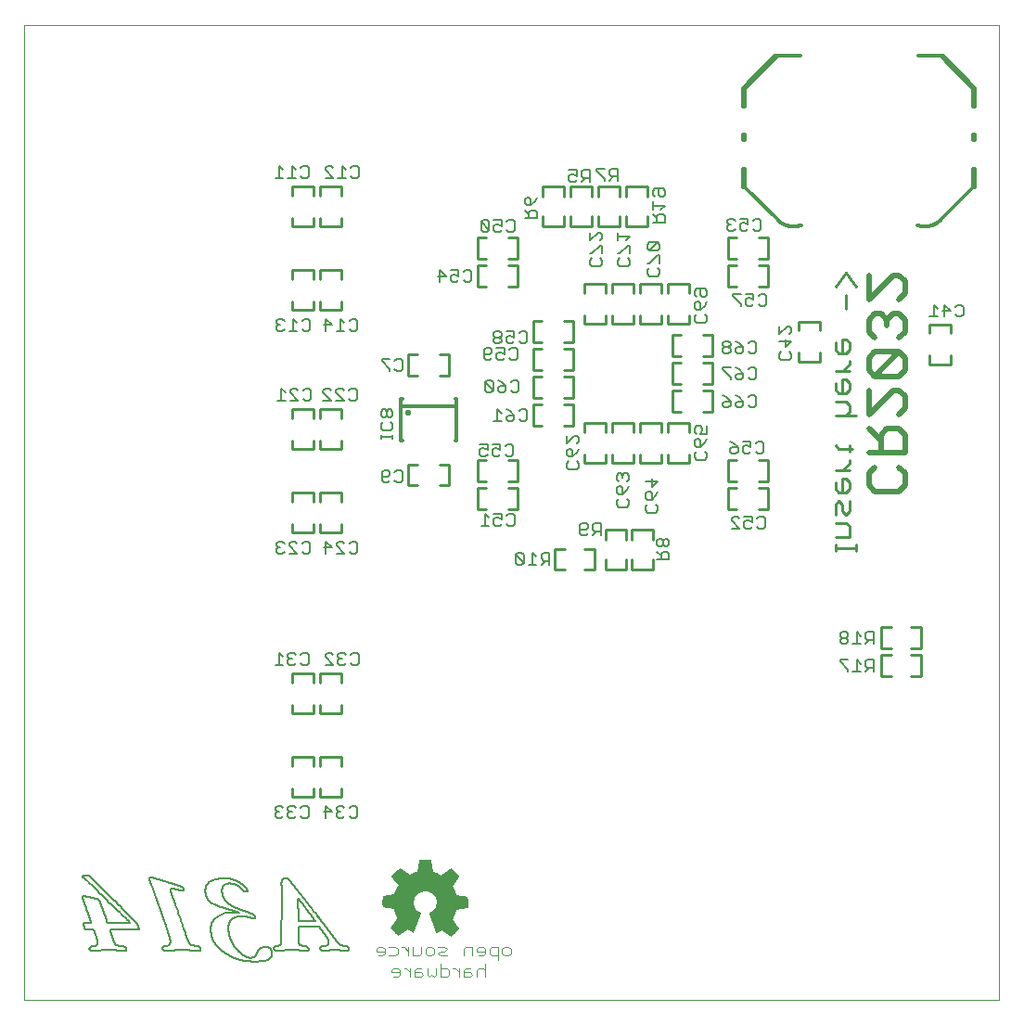
<source format=gbo>
G75*
%MOIN*%
%OFA0B0*%
%FSLAX25Y25*%
%IPPOS*%
%LPD*%
%AMOC8*
5,1,8,0,0,1.08239X$1,22.5*
%
%ADD10C,0.00000*%
%ADD11C,0.02000*%
%ADD12C,0.01100*%
%ADD13C,0.01200*%
%ADD14C,0.00500*%
%ADD15C,0.01000*%
%ADD16C,0.00700*%
%ADD17C,0.02236*%
%ADD18C,0.00787*%
%ADD19C,0.00200*%
%ADD20C,0.00400*%
D10*
X0005000Y0005000D02*
X0060118Y0005000D01*
X0355394Y0005000D01*
X0355394Y0355394D01*
X0060118Y0355394D01*
X0005000Y0355394D01*
X0005000Y0005000D01*
D11*
X0308500Y0189798D02*
X0308500Y0194135D01*
X0310669Y0196303D01*
X0312837Y0201441D02*
X0312837Y0207947D01*
X0315006Y0210115D01*
X0319343Y0210115D01*
X0321511Y0207947D01*
X0321511Y0201441D01*
X0308500Y0201441D01*
X0312837Y0205778D02*
X0308500Y0210115D01*
X0308500Y0215253D02*
X0317174Y0223927D01*
X0319343Y0223927D01*
X0321511Y0221758D01*
X0321511Y0217421D01*
X0319343Y0215253D01*
X0308500Y0215253D02*
X0308500Y0223927D01*
X0310669Y0229065D02*
X0319343Y0237739D01*
X0310669Y0237739D01*
X0308500Y0235570D01*
X0308500Y0231233D01*
X0310669Y0229065D01*
X0319343Y0229065D01*
X0321511Y0231233D01*
X0321511Y0235570D01*
X0319343Y0237739D01*
X0319343Y0242876D02*
X0321511Y0245045D01*
X0321511Y0249382D01*
X0319343Y0251550D01*
X0317174Y0251550D01*
X0315006Y0249382D01*
X0312837Y0251550D01*
X0310669Y0251550D01*
X0308500Y0249382D01*
X0308500Y0245045D01*
X0310669Y0242876D01*
X0315006Y0247213D02*
X0315006Y0249382D01*
X0319343Y0256688D02*
X0321511Y0258857D01*
X0321511Y0263194D01*
X0319343Y0265362D01*
X0317174Y0265362D01*
X0308500Y0256688D01*
X0308500Y0265362D01*
X0319343Y0196303D02*
X0321511Y0194135D01*
X0321511Y0189798D01*
X0319343Y0187629D01*
X0310669Y0187629D01*
X0308500Y0189798D01*
D12*
X0301454Y0190976D02*
X0300203Y0192227D01*
X0298952Y0192227D01*
X0298952Y0187223D01*
X0297701Y0187223D02*
X0300203Y0187223D01*
X0301454Y0188474D01*
X0301454Y0190976D01*
X0301454Y0195141D02*
X0296450Y0195141D01*
X0298952Y0195141D02*
X0301454Y0197644D01*
X0301454Y0198895D01*
X0301454Y0201740D02*
X0301454Y0204243D01*
X0302705Y0202991D02*
X0297701Y0202991D01*
X0296450Y0204243D01*
X0296450Y0214938D02*
X0303956Y0214938D01*
X0301454Y0216189D02*
X0301454Y0218692D01*
X0300203Y0219943D01*
X0296450Y0219943D01*
X0297701Y0222857D02*
X0300203Y0222857D01*
X0301454Y0224108D01*
X0301454Y0226610D01*
X0300203Y0227861D01*
X0298952Y0227861D01*
X0298952Y0222857D01*
X0297701Y0222857D02*
X0296450Y0224108D01*
X0296450Y0226610D01*
X0296450Y0230776D02*
X0301454Y0230776D01*
X0298952Y0230776D02*
X0301454Y0233278D01*
X0301454Y0234529D01*
X0300203Y0237375D02*
X0297701Y0237375D01*
X0296450Y0238626D01*
X0296450Y0241128D01*
X0298952Y0242379D02*
X0298952Y0237375D01*
X0300203Y0237375D02*
X0301454Y0238626D01*
X0301454Y0241128D01*
X0300203Y0242379D01*
X0298952Y0242379D01*
X0300203Y0253212D02*
X0300203Y0258217D01*
X0296450Y0261131D02*
X0300203Y0266135D01*
X0303956Y0261131D01*
X0301454Y0216189D02*
X0300203Y0214938D01*
X0296450Y0190976D02*
X0296450Y0188474D01*
X0297701Y0187223D01*
X0297701Y0184308D02*
X0298952Y0183057D01*
X0298952Y0180555D01*
X0300203Y0179304D01*
X0301454Y0180555D01*
X0301454Y0184308D01*
X0297701Y0184308D02*
X0296450Y0183057D01*
X0296450Y0179304D01*
X0296450Y0176389D02*
X0300203Y0176389D01*
X0301454Y0175138D01*
X0301454Y0171385D01*
X0296450Y0171385D01*
X0296450Y0168608D02*
X0296450Y0166106D01*
X0296450Y0167357D02*
X0303956Y0167357D01*
X0303956Y0166106D02*
X0303956Y0168608D01*
D13*
X0160250Y0205750D02*
X0160250Y0218250D01*
X0140250Y0218250D01*
X0140250Y0205750D01*
X0140750Y0205750D01*
X0140250Y0218250D02*
X0140250Y0220750D01*
X0140750Y0220750D01*
X0159750Y0220750D02*
X0160250Y0220750D01*
X0160250Y0218250D01*
X0160250Y0205750D02*
X0159750Y0205750D01*
X0264055Y0296890D02*
X0275791Y0285154D01*
X0275929Y0285019D01*
X0276071Y0284888D01*
X0276216Y0284760D01*
X0276363Y0284636D01*
X0276514Y0284515D01*
X0276668Y0284398D01*
X0276824Y0284285D01*
X0276983Y0284176D01*
X0277145Y0284070D01*
X0277310Y0283969D01*
X0277476Y0283872D01*
X0277645Y0283779D01*
X0277817Y0283690D01*
X0277990Y0283605D01*
X0278166Y0283525D01*
X0278343Y0283448D01*
X0278523Y0283377D01*
X0278704Y0283309D01*
X0278886Y0283246D01*
X0279070Y0283188D01*
X0279256Y0283134D01*
X0279442Y0283085D01*
X0279630Y0283040D01*
X0279819Y0283000D01*
X0280009Y0282965D01*
X0280199Y0282934D01*
X0280391Y0282908D01*
X0280583Y0282886D01*
X0280775Y0282870D01*
X0280968Y0282858D01*
X0281161Y0282850D01*
X0281354Y0282848D01*
X0281547Y0282850D01*
X0281740Y0282857D01*
X0281933Y0282869D01*
X0282125Y0282885D01*
X0282317Y0282906D01*
X0282508Y0282932D01*
X0282699Y0282963D01*
X0282889Y0282998D01*
X0283078Y0283038D01*
X0283266Y0283082D01*
X0283452Y0283131D01*
X0283638Y0283185D01*
X0283822Y0283243D01*
X0284005Y0283306D01*
X0284186Y0283373D01*
X0264055Y0296890D02*
X0264055Y0303583D01*
X0263268Y0303583D01*
X0263268Y0296890D01*
X0263268Y0313819D02*
X0264055Y0313819D01*
X0264055Y0315787D01*
X0263268Y0315787D01*
X0263268Y0313819D01*
X0263268Y0326024D02*
X0264055Y0326024D01*
X0264055Y0332323D01*
X0275866Y0344134D01*
X0274685Y0344134D01*
X0263268Y0332717D01*
X0263268Y0326024D01*
X0275866Y0344134D02*
X0283740Y0344134D01*
X0326260Y0344134D02*
X0334134Y0344134D01*
X0345945Y0332323D01*
X0345945Y0326024D01*
X0346732Y0326024D01*
X0346732Y0332717D01*
X0335315Y0344134D01*
X0334134Y0344134D01*
X0345945Y0315787D02*
X0345945Y0313819D01*
X0346732Y0313819D01*
X0346732Y0315787D01*
X0345945Y0315787D01*
X0345945Y0303583D02*
X0346732Y0303583D01*
X0346732Y0296890D01*
X0345945Y0296890D01*
X0334209Y0285154D01*
X0334071Y0285019D01*
X0333929Y0284888D01*
X0333784Y0284760D01*
X0333637Y0284636D01*
X0333486Y0284515D01*
X0333332Y0284398D01*
X0333176Y0284285D01*
X0333017Y0284176D01*
X0332855Y0284070D01*
X0332690Y0283969D01*
X0332524Y0283872D01*
X0332355Y0283779D01*
X0332183Y0283690D01*
X0332010Y0283605D01*
X0331834Y0283525D01*
X0331657Y0283448D01*
X0331477Y0283377D01*
X0331296Y0283309D01*
X0331114Y0283246D01*
X0330930Y0283188D01*
X0330744Y0283134D01*
X0330558Y0283085D01*
X0330370Y0283040D01*
X0330181Y0283000D01*
X0329991Y0282965D01*
X0329801Y0282934D01*
X0329609Y0282908D01*
X0329417Y0282886D01*
X0329225Y0282870D01*
X0329032Y0282858D01*
X0328839Y0282850D01*
X0328646Y0282848D01*
X0328453Y0282850D01*
X0328260Y0282857D01*
X0328067Y0282869D01*
X0327875Y0282885D01*
X0327683Y0282906D01*
X0327492Y0282932D01*
X0327301Y0282963D01*
X0327111Y0282998D01*
X0326922Y0283038D01*
X0326734Y0283082D01*
X0326548Y0283131D01*
X0326362Y0283185D01*
X0326178Y0283243D01*
X0325995Y0283306D01*
X0325814Y0283373D01*
X0345945Y0296890D02*
X0345945Y0303583D01*
D14*
X0264055Y0296890D02*
X0263268Y0296890D01*
D15*
X0261000Y0278748D02*
X0257752Y0278748D01*
X0257752Y0271252D01*
X0261000Y0271252D01*
X0261000Y0268748D02*
X0257752Y0268748D01*
X0257752Y0261252D01*
X0261000Y0261252D01*
X0269000Y0261252D02*
X0272248Y0261252D01*
X0272248Y0268748D01*
X0269000Y0268748D01*
X0269000Y0271252D02*
X0272248Y0271252D01*
X0272248Y0278748D01*
X0269000Y0278748D01*
X0243748Y0262248D02*
X0236252Y0262248D01*
X0236252Y0259000D01*
X0233748Y0259000D02*
X0233748Y0262248D01*
X0226252Y0262248D01*
X0226252Y0259000D01*
X0223748Y0259000D02*
X0223748Y0262248D01*
X0216252Y0262248D01*
X0216252Y0259000D01*
X0213748Y0259000D02*
X0213748Y0262248D01*
X0206252Y0262248D01*
X0206252Y0259000D01*
X0206252Y0251000D02*
X0206252Y0247752D01*
X0213748Y0247752D01*
X0213748Y0251000D01*
X0216252Y0251000D02*
X0216252Y0247752D01*
X0223748Y0247752D01*
X0223748Y0251000D01*
X0226252Y0251000D02*
X0226252Y0247752D01*
X0233748Y0247752D01*
X0233748Y0251000D01*
X0236252Y0251000D02*
X0236252Y0247752D01*
X0243748Y0247752D01*
X0243748Y0251000D01*
X0241000Y0243748D02*
X0237752Y0243748D01*
X0237752Y0236252D01*
X0241000Y0236252D01*
X0241000Y0233748D02*
X0237752Y0233748D01*
X0237752Y0226252D01*
X0241000Y0226252D01*
X0241000Y0223748D02*
X0237752Y0223748D01*
X0237752Y0216252D01*
X0241000Y0216252D01*
X0249000Y0216252D02*
X0252248Y0216252D01*
X0252248Y0223748D01*
X0249000Y0223748D01*
X0249000Y0226252D02*
X0252248Y0226252D01*
X0252248Y0233748D01*
X0249000Y0233748D01*
X0249000Y0236252D02*
X0252248Y0236252D01*
X0252248Y0243748D01*
X0249000Y0243748D01*
X0243748Y0259000D02*
X0243748Y0262248D01*
X0228748Y0282752D02*
X0221252Y0282752D01*
X0221252Y0286500D01*
X0218748Y0286500D02*
X0218748Y0282752D01*
X0211252Y0282752D01*
X0211252Y0286500D01*
X0208748Y0286500D02*
X0208748Y0282752D01*
X0201252Y0282752D01*
X0201252Y0286500D01*
X0198748Y0286500D02*
X0198748Y0282752D01*
X0191252Y0282752D01*
X0191252Y0286500D01*
X0191252Y0293500D02*
X0191252Y0297248D01*
X0198748Y0297248D01*
X0198748Y0293500D01*
X0201252Y0293500D02*
X0201252Y0297248D01*
X0208748Y0297248D01*
X0208748Y0293500D01*
X0211252Y0293500D02*
X0211252Y0297248D01*
X0218748Y0297248D01*
X0218748Y0293500D01*
X0221252Y0293500D02*
X0221252Y0297248D01*
X0228748Y0297248D01*
X0228748Y0293500D01*
X0228748Y0286500D02*
X0228748Y0282752D01*
X0182248Y0278748D02*
X0182248Y0271252D01*
X0179000Y0271252D01*
X0179000Y0268748D02*
X0182248Y0268748D01*
X0182248Y0261252D01*
X0179000Y0261252D01*
X0171000Y0261252D02*
X0167752Y0261252D01*
X0167752Y0268748D01*
X0171000Y0268748D01*
X0171000Y0271252D02*
X0167752Y0271252D01*
X0167752Y0278748D01*
X0171000Y0278748D01*
X0179000Y0278748D02*
X0182248Y0278748D01*
X0187752Y0248748D02*
X0191000Y0248748D01*
X0187752Y0248748D02*
X0187752Y0241252D01*
X0191000Y0241252D01*
X0191000Y0238748D02*
X0187752Y0238748D01*
X0187752Y0231252D01*
X0191000Y0231252D01*
X0191000Y0228748D02*
X0187752Y0228748D01*
X0187752Y0221252D01*
X0191000Y0221252D01*
X0191000Y0218748D02*
X0187752Y0218748D01*
X0187752Y0211252D01*
X0191000Y0211252D01*
X0199000Y0211252D02*
X0202248Y0211252D01*
X0202248Y0218748D01*
X0199000Y0218748D01*
X0199000Y0221252D02*
X0202248Y0221252D01*
X0202248Y0228748D01*
X0199000Y0228748D01*
X0199000Y0231252D02*
X0202248Y0231252D01*
X0202248Y0238748D01*
X0199000Y0238748D01*
X0199000Y0241252D02*
X0202248Y0241252D01*
X0202248Y0248748D01*
X0199000Y0248748D01*
X0157498Y0236748D02*
X0157498Y0229252D01*
X0154250Y0229252D01*
X0146250Y0229252D02*
X0143002Y0229252D01*
X0143002Y0236748D01*
X0146250Y0236748D01*
X0154250Y0236748D02*
X0157498Y0236748D01*
X0118748Y0252752D02*
X0111252Y0252752D01*
X0111252Y0256000D01*
X0108748Y0256000D02*
X0108748Y0252752D01*
X0101252Y0252752D01*
X0101252Y0256000D01*
X0101252Y0264000D02*
X0101252Y0267248D01*
X0108748Y0267248D01*
X0108748Y0264000D01*
X0111252Y0264000D02*
X0111252Y0267248D01*
X0118748Y0267248D01*
X0118748Y0264000D01*
X0118748Y0256000D02*
X0118748Y0252752D01*
X0118748Y0282752D02*
X0111252Y0282752D01*
X0111252Y0286000D01*
X0108748Y0286000D02*
X0108748Y0282752D01*
X0101252Y0282752D01*
X0101252Y0286000D01*
X0101252Y0294000D02*
X0101252Y0297248D01*
X0108748Y0297248D01*
X0108748Y0294000D01*
X0111252Y0294000D02*
X0111252Y0297248D01*
X0118748Y0297248D01*
X0118748Y0294000D01*
X0118748Y0286000D02*
X0118748Y0282752D01*
X0118748Y0217248D02*
X0111252Y0217248D01*
X0111252Y0214000D01*
X0108748Y0214000D02*
X0108748Y0217248D01*
X0101252Y0217248D01*
X0101252Y0214000D01*
X0101252Y0206000D02*
X0101252Y0202752D01*
X0108748Y0202752D01*
X0108748Y0206000D01*
X0111252Y0206000D02*
X0111252Y0202752D01*
X0118748Y0202752D01*
X0118748Y0206000D01*
X0118748Y0214000D02*
X0118748Y0217248D01*
X0143002Y0197248D02*
X0146250Y0197248D01*
X0143002Y0197248D02*
X0143002Y0189752D01*
X0146250Y0189752D01*
X0154250Y0189752D02*
X0157498Y0189752D01*
X0157498Y0197248D01*
X0154250Y0197248D01*
X0167752Y0198748D02*
X0167752Y0191252D01*
X0171000Y0191252D01*
X0171000Y0188748D02*
X0167752Y0188748D01*
X0167752Y0181252D01*
X0171000Y0181252D01*
X0179000Y0181252D02*
X0182248Y0181252D01*
X0182248Y0188748D01*
X0179000Y0188748D01*
X0179000Y0191252D02*
X0182248Y0191252D01*
X0182248Y0198748D01*
X0179000Y0198748D01*
X0171000Y0198748D02*
X0167752Y0198748D01*
X0206252Y0197752D02*
X0206252Y0201000D01*
X0206252Y0197752D02*
X0213748Y0197752D01*
X0213748Y0201000D01*
X0216252Y0201000D02*
X0216252Y0197752D01*
X0223748Y0197752D01*
X0223748Y0201000D01*
X0226252Y0201000D02*
X0226252Y0197752D01*
X0233748Y0197752D01*
X0233748Y0201000D01*
X0236252Y0201000D02*
X0236252Y0197752D01*
X0243748Y0197752D01*
X0243748Y0201000D01*
X0243748Y0209000D02*
X0243748Y0212248D01*
X0236252Y0212248D01*
X0236252Y0209000D01*
X0233748Y0209000D02*
X0233748Y0212248D01*
X0226252Y0212248D01*
X0226252Y0209000D01*
X0223748Y0209000D02*
X0223748Y0212248D01*
X0216252Y0212248D01*
X0216252Y0209000D01*
X0213748Y0209000D02*
X0213748Y0212248D01*
X0206252Y0212248D01*
X0206252Y0209000D01*
X0257752Y0198748D02*
X0257752Y0191252D01*
X0261000Y0191252D01*
X0261000Y0188748D02*
X0257752Y0188748D01*
X0257752Y0181252D01*
X0261000Y0181252D01*
X0269000Y0181252D02*
X0272248Y0181252D01*
X0272248Y0188748D01*
X0269000Y0188748D01*
X0269000Y0191252D02*
X0272248Y0191252D01*
X0272248Y0198748D01*
X0269000Y0198748D01*
X0261000Y0198748D02*
X0257752Y0198748D01*
X0230748Y0173998D02*
X0223252Y0173998D01*
X0223252Y0170250D01*
X0221248Y0170250D02*
X0221248Y0173998D01*
X0213752Y0173998D01*
X0213752Y0170250D01*
X0209998Y0166937D02*
X0206250Y0166937D01*
X0209998Y0166937D02*
X0209998Y0159441D01*
X0206250Y0159441D01*
X0199250Y0159441D02*
X0195502Y0159441D01*
X0195502Y0166937D01*
X0199250Y0166937D01*
X0213752Y0163250D02*
X0213752Y0159502D01*
X0221248Y0159502D01*
X0221248Y0163250D01*
X0223252Y0163250D02*
X0223252Y0159502D01*
X0230748Y0159502D01*
X0230748Y0163250D01*
X0230748Y0170250D02*
X0230748Y0173998D01*
X0312752Y0138748D02*
X0312752Y0131252D01*
X0316500Y0131252D01*
X0316500Y0128748D02*
X0312752Y0128748D01*
X0312752Y0121252D01*
X0316500Y0121252D01*
X0323500Y0121252D02*
X0327248Y0121252D01*
X0327248Y0128748D01*
X0323500Y0128748D01*
X0323500Y0131252D02*
X0327248Y0131252D01*
X0327248Y0138748D01*
X0323500Y0138748D01*
X0316500Y0138748D02*
X0312752Y0138748D01*
X0330379Y0233166D02*
X0330379Y0236414D01*
X0330379Y0233166D02*
X0337875Y0233166D01*
X0337875Y0236414D01*
X0337875Y0244414D02*
X0337875Y0247662D01*
X0330379Y0247662D01*
X0330379Y0244414D01*
X0290792Y0245414D02*
X0290792Y0248662D01*
X0283296Y0248662D01*
X0283296Y0245414D01*
X0283296Y0237414D02*
X0283296Y0234166D01*
X0290792Y0234166D01*
X0290792Y0237414D01*
X0118748Y0187248D02*
X0118748Y0184000D01*
X0118748Y0187248D02*
X0111252Y0187248D01*
X0111252Y0184000D01*
X0108748Y0184000D02*
X0108748Y0187248D01*
X0101252Y0187248D01*
X0101252Y0184000D01*
X0101252Y0176000D02*
X0101252Y0172752D01*
X0108748Y0172752D01*
X0108748Y0176000D01*
X0111252Y0176000D02*
X0111252Y0172752D01*
X0118748Y0172752D01*
X0118748Y0176000D01*
X0118748Y0122248D02*
X0111252Y0122248D01*
X0111252Y0119000D01*
X0108748Y0119000D02*
X0108748Y0122248D01*
X0101252Y0122248D01*
X0101252Y0119000D01*
X0101252Y0111000D02*
X0101252Y0107752D01*
X0108748Y0107752D01*
X0108748Y0111000D01*
X0111252Y0111000D02*
X0111252Y0107752D01*
X0118748Y0107752D01*
X0118748Y0111000D01*
X0118748Y0119000D02*
X0118748Y0122248D01*
X0118748Y0092248D02*
X0111252Y0092248D01*
X0111252Y0089000D01*
X0108748Y0089000D02*
X0108748Y0092248D01*
X0101252Y0092248D01*
X0101252Y0089000D01*
X0101252Y0081000D02*
X0101252Y0077752D01*
X0108748Y0077752D01*
X0108748Y0081000D01*
X0111252Y0081000D02*
X0111252Y0077752D01*
X0118748Y0077752D01*
X0118748Y0081000D01*
X0118748Y0089000D02*
X0118748Y0092248D01*
D16*
X0119329Y0074654D02*
X0117894Y0074654D01*
X0117177Y0073936D01*
X0117177Y0073219D01*
X0117894Y0072502D01*
X0117177Y0071785D01*
X0117177Y0071067D01*
X0117894Y0070350D01*
X0119329Y0070350D01*
X0120046Y0071067D01*
X0121781Y0071067D02*
X0122498Y0070350D01*
X0123933Y0070350D01*
X0124650Y0071067D01*
X0124650Y0073936D01*
X0123933Y0074654D01*
X0122498Y0074654D01*
X0121781Y0073936D01*
X0120046Y0073936D02*
X0119329Y0074654D01*
X0118612Y0072502D02*
X0117894Y0072502D01*
X0115442Y0072502D02*
X0112573Y0072502D01*
X0113290Y0070350D02*
X0113290Y0074654D01*
X0115442Y0072502D01*
X0107150Y0073936D02*
X0107150Y0071067D01*
X0106433Y0070350D01*
X0104998Y0070350D01*
X0104281Y0071067D01*
X0102546Y0071067D02*
X0101829Y0070350D01*
X0100394Y0070350D01*
X0099677Y0071067D01*
X0099677Y0071785D01*
X0100394Y0072502D01*
X0101112Y0072502D01*
X0100394Y0072502D02*
X0099677Y0073219D01*
X0099677Y0073936D01*
X0100394Y0074654D01*
X0101829Y0074654D01*
X0102546Y0073936D01*
X0104281Y0073936D02*
X0104998Y0074654D01*
X0106433Y0074654D01*
X0107150Y0073936D01*
X0097942Y0073936D02*
X0097225Y0074654D01*
X0095790Y0074654D01*
X0095073Y0073936D01*
X0095073Y0073219D01*
X0095790Y0072502D01*
X0095073Y0071785D01*
X0095073Y0071067D01*
X0095790Y0070350D01*
X0097225Y0070350D01*
X0097942Y0071067D01*
X0096508Y0072502D02*
X0095790Y0072502D01*
X0095073Y0125350D02*
X0097942Y0125350D01*
X0096508Y0125350D02*
X0096508Y0129654D01*
X0097942Y0128219D01*
X0099677Y0128219D02*
X0100394Y0127502D01*
X0099677Y0126785D01*
X0099677Y0126067D01*
X0100394Y0125350D01*
X0101829Y0125350D01*
X0102546Y0126067D01*
X0104281Y0126067D02*
X0104998Y0125350D01*
X0106433Y0125350D01*
X0107150Y0126067D01*
X0107150Y0128936D01*
X0106433Y0129654D01*
X0104998Y0129654D01*
X0104281Y0128936D01*
X0102546Y0128936D02*
X0101829Y0129654D01*
X0100394Y0129654D01*
X0099677Y0128936D01*
X0099677Y0128219D01*
X0100394Y0127502D02*
X0101112Y0127502D01*
X0113073Y0128219D02*
X0113073Y0128936D01*
X0113790Y0129654D01*
X0115225Y0129654D01*
X0115942Y0128936D01*
X0117677Y0128936D02*
X0117677Y0128219D01*
X0118394Y0127502D01*
X0117677Y0126785D01*
X0117677Y0126067D01*
X0118394Y0125350D01*
X0119829Y0125350D01*
X0120546Y0126067D01*
X0122281Y0126067D02*
X0122998Y0125350D01*
X0124433Y0125350D01*
X0125150Y0126067D01*
X0125150Y0128936D01*
X0124433Y0129654D01*
X0122998Y0129654D01*
X0122281Y0128936D01*
X0120546Y0128936D02*
X0119829Y0129654D01*
X0118394Y0129654D01*
X0117677Y0128936D01*
X0118394Y0127502D02*
X0119112Y0127502D01*
X0115942Y0125350D02*
X0113073Y0128219D01*
X0113073Y0125350D02*
X0115942Y0125350D01*
X0181573Y0162006D02*
X0182290Y0161289D01*
X0183725Y0161289D01*
X0184442Y0162006D01*
X0181573Y0164875D01*
X0181573Y0162006D01*
X0184442Y0162006D02*
X0184442Y0164875D01*
X0183725Y0165593D01*
X0182290Y0165593D01*
X0181573Y0164875D01*
X0186177Y0161289D02*
X0189046Y0161289D01*
X0187612Y0161289D02*
X0187612Y0165593D01*
X0189046Y0164158D01*
X0190781Y0163441D02*
X0191498Y0162724D01*
X0193650Y0162724D01*
X0192215Y0162724D02*
X0190781Y0161289D01*
X0190781Y0163441D02*
X0190781Y0164875D01*
X0191498Y0165593D01*
X0193650Y0165593D01*
X0193650Y0161289D01*
X0204677Y0172567D02*
X0205394Y0171850D01*
X0206829Y0171850D01*
X0207546Y0172567D01*
X0206829Y0174002D02*
X0204677Y0174002D01*
X0204677Y0175436D02*
X0205394Y0176154D01*
X0206829Y0176154D01*
X0207546Y0175436D01*
X0207546Y0174719D01*
X0206829Y0174002D01*
X0209281Y0174002D02*
X0209998Y0173285D01*
X0212150Y0173285D01*
X0210715Y0173285D02*
X0209281Y0171850D01*
X0209281Y0174002D02*
X0209281Y0175436D01*
X0209998Y0176154D01*
X0212150Y0176154D01*
X0212150Y0171850D01*
X0204677Y0172567D02*
X0204677Y0175436D01*
X0217850Y0182755D02*
X0217850Y0184190D01*
X0218567Y0184907D01*
X0218567Y0186642D02*
X0217850Y0187359D01*
X0217850Y0188794D01*
X0218567Y0189511D01*
X0219285Y0189511D01*
X0220002Y0188794D01*
X0220002Y0186642D01*
X0218567Y0186642D01*
X0220002Y0186642D02*
X0221436Y0188077D01*
X0222154Y0189511D01*
X0221436Y0191246D02*
X0222154Y0191963D01*
X0222154Y0193398D01*
X0221436Y0194115D01*
X0220719Y0194115D01*
X0220002Y0193398D01*
X0219285Y0194115D01*
X0218567Y0194115D01*
X0217850Y0193398D01*
X0217850Y0191963D01*
X0218567Y0191246D01*
X0220002Y0192681D02*
X0220002Y0193398D01*
X0228350Y0191398D02*
X0232654Y0191398D01*
X0230502Y0189246D01*
X0230502Y0192115D01*
X0229785Y0187511D02*
X0230502Y0186794D01*
X0230502Y0184642D01*
X0229067Y0184642D01*
X0228350Y0185359D01*
X0228350Y0186794D01*
X0229067Y0187511D01*
X0229785Y0187511D01*
X0231936Y0186077D02*
X0230502Y0184642D01*
X0231936Y0186077D02*
X0232654Y0187511D01*
X0231936Y0182907D02*
X0232654Y0182190D01*
X0232654Y0180755D01*
X0231936Y0180038D01*
X0229067Y0180038D01*
X0228350Y0180755D01*
X0228350Y0182190D01*
X0229067Y0182907D01*
X0222154Y0182755D02*
X0222154Y0184190D01*
X0221436Y0184907D01*
X0222154Y0182755D02*
X0221436Y0182038D01*
X0218567Y0182038D01*
X0217850Y0182755D01*
X0232350Y0169898D02*
X0232350Y0168463D01*
X0233067Y0167746D01*
X0233785Y0167746D01*
X0234502Y0168463D01*
X0234502Y0169898D01*
X0233785Y0170615D01*
X0233067Y0170615D01*
X0232350Y0169898D01*
X0234502Y0169898D02*
X0235219Y0170615D01*
X0235936Y0170615D01*
X0236654Y0169898D01*
X0236654Y0168463D01*
X0235936Y0167746D01*
X0235219Y0167746D01*
X0234502Y0168463D01*
X0234502Y0166011D02*
X0233785Y0165294D01*
X0233785Y0163142D01*
X0233785Y0164577D02*
X0232350Y0166011D01*
X0234502Y0166011D02*
X0235936Y0166011D01*
X0236654Y0165294D01*
X0236654Y0163142D01*
X0232350Y0163142D01*
X0259073Y0174350D02*
X0261942Y0174350D01*
X0259073Y0177219D01*
X0259073Y0177936D01*
X0259790Y0178654D01*
X0261225Y0178654D01*
X0261942Y0177936D01*
X0263677Y0178654D02*
X0266546Y0178654D01*
X0266546Y0176502D01*
X0265112Y0177219D01*
X0264394Y0177219D01*
X0263677Y0176502D01*
X0263677Y0175067D01*
X0264394Y0174350D01*
X0265829Y0174350D01*
X0266546Y0175067D01*
X0268281Y0175067D02*
X0268998Y0174350D01*
X0270433Y0174350D01*
X0271150Y0175067D01*
X0271150Y0177936D01*
X0270433Y0178654D01*
X0268998Y0178654D01*
X0268281Y0177936D01*
X0268498Y0201350D02*
X0267781Y0202067D01*
X0268498Y0201350D02*
X0269933Y0201350D01*
X0270650Y0202067D01*
X0270650Y0204936D01*
X0269933Y0205654D01*
X0268498Y0205654D01*
X0267781Y0204936D01*
X0266046Y0205654D02*
X0266046Y0203502D01*
X0264612Y0204219D01*
X0263894Y0204219D01*
X0263177Y0203502D01*
X0263177Y0202067D01*
X0263894Y0201350D01*
X0265329Y0201350D01*
X0266046Y0202067D01*
X0266046Y0205654D02*
X0263177Y0205654D01*
X0261442Y0203502D02*
X0259290Y0203502D01*
X0258573Y0202785D01*
X0258573Y0202067D01*
X0259290Y0201350D01*
X0260725Y0201350D01*
X0261442Y0202067D01*
X0261442Y0203502D01*
X0260008Y0204936D01*
X0258573Y0205654D01*
X0250154Y0206511D02*
X0249436Y0205077D01*
X0248002Y0203642D01*
X0248002Y0205794D01*
X0247285Y0206511D01*
X0246567Y0206511D01*
X0245850Y0205794D01*
X0245850Y0204359D01*
X0246567Y0203642D01*
X0248002Y0203642D01*
X0249436Y0201907D02*
X0250154Y0201190D01*
X0250154Y0199755D01*
X0249436Y0199038D01*
X0246567Y0199038D01*
X0245850Y0199755D01*
X0245850Y0201190D01*
X0246567Y0201907D01*
X0246567Y0208246D02*
X0245850Y0208963D01*
X0245850Y0210398D01*
X0246567Y0211115D01*
X0248002Y0211115D01*
X0248719Y0210398D01*
X0248719Y0209681D01*
X0248002Y0208246D01*
X0250154Y0208246D01*
X0250154Y0211115D01*
X0256602Y0217850D02*
X0255885Y0218567D01*
X0255885Y0219285D01*
X0256602Y0220002D01*
X0258754Y0220002D01*
X0258754Y0218567D01*
X0258037Y0217850D01*
X0256602Y0217850D01*
X0258754Y0220002D02*
X0257319Y0221436D01*
X0255885Y0222154D01*
X0260489Y0222154D02*
X0261923Y0221436D01*
X0263358Y0220002D01*
X0261206Y0220002D01*
X0260489Y0219285D01*
X0260489Y0218567D01*
X0261206Y0217850D01*
X0262641Y0217850D01*
X0263358Y0218567D01*
X0263358Y0220002D01*
X0265093Y0221436D02*
X0265810Y0222154D01*
X0267245Y0222154D01*
X0267962Y0221436D01*
X0267962Y0218567D01*
X0267245Y0217850D01*
X0265810Y0217850D01*
X0265093Y0218567D01*
X0265810Y0227850D02*
X0265093Y0228567D01*
X0265810Y0227850D02*
X0267245Y0227850D01*
X0267962Y0228567D01*
X0267962Y0231436D01*
X0267245Y0232154D01*
X0265810Y0232154D01*
X0265093Y0231436D01*
X0263358Y0230002D02*
X0261206Y0230002D01*
X0260489Y0229285D01*
X0260489Y0228567D01*
X0261206Y0227850D01*
X0262641Y0227850D01*
X0263358Y0228567D01*
X0263358Y0230002D01*
X0261923Y0231436D01*
X0260489Y0232154D01*
X0258754Y0232154D02*
X0255885Y0232154D01*
X0255885Y0231436D01*
X0258754Y0228567D01*
X0258754Y0227850D01*
X0258037Y0237350D02*
X0256602Y0237350D01*
X0255885Y0238067D01*
X0255885Y0238785D01*
X0256602Y0239502D01*
X0258037Y0239502D01*
X0258754Y0240219D01*
X0258754Y0240936D01*
X0258037Y0241654D01*
X0256602Y0241654D01*
X0255885Y0240936D01*
X0255885Y0240219D01*
X0256602Y0239502D01*
X0258037Y0239502D02*
X0258754Y0238785D01*
X0258754Y0238067D01*
X0258037Y0237350D01*
X0260489Y0238067D02*
X0260489Y0238785D01*
X0261206Y0239502D01*
X0263358Y0239502D01*
X0263358Y0238067D01*
X0262641Y0237350D01*
X0261206Y0237350D01*
X0260489Y0238067D01*
X0261923Y0240936D02*
X0263358Y0239502D01*
X0261923Y0240936D02*
X0260489Y0241654D01*
X0265093Y0240936D02*
X0265810Y0241654D01*
X0267245Y0241654D01*
X0267962Y0240936D01*
X0267962Y0238067D01*
X0267245Y0237350D01*
X0265810Y0237350D01*
X0265093Y0238067D01*
X0276256Y0237052D02*
X0276973Y0237769D01*
X0276256Y0237052D02*
X0276256Y0235618D01*
X0276973Y0234900D01*
X0279842Y0234900D01*
X0280559Y0235618D01*
X0280559Y0237052D01*
X0279842Y0237769D01*
X0278407Y0239504D02*
X0278407Y0242373D01*
X0279842Y0244108D02*
X0280559Y0244825D01*
X0280559Y0246260D01*
X0279842Y0246977D01*
X0279125Y0246977D01*
X0276256Y0244108D01*
X0276256Y0246977D01*
X0276256Y0241656D02*
X0280559Y0241656D01*
X0278407Y0239504D01*
X0270933Y0254350D02*
X0269498Y0254350D01*
X0268781Y0255067D01*
X0267046Y0255067D02*
X0266329Y0254350D01*
X0264894Y0254350D01*
X0264177Y0255067D01*
X0264177Y0256502D01*
X0264894Y0257219D01*
X0265612Y0257219D01*
X0267046Y0256502D01*
X0267046Y0258654D01*
X0264177Y0258654D01*
X0262442Y0258654D02*
X0259573Y0258654D01*
X0259573Y0257936D01*
X0262442Y0255067D01*
X0262442Y0254350D01*
X0268781Y0257936D02*
X0269498Y0258654D01*
X0270933Y0258654D01*
X0271650Y0257936D01*
X0271650Y0255067D01*
X0270933Y0254350D01*
X0250154Y0255823D02*
X0249436Y0254388D01*
X0248002Y0252954D01*
X0248002Y0255106D01*
X0247285Y0255823D01*
X0246567Y0255823D01*
X0245850Y0255106D01*
X0245850Y0253671D01*
X0246567Y0252954D01*
X0248002Y0252954D01*
X0249436Y0251219D02*
X0250154Y0250502D01*
X0250154Y0249067D01*
X0249436Y0248350D01*
X0246567Y0248350D01*
X0245850Y0249067D01*
X0245850Y0250502D01*
X0246567Y0251219D01*
X0246567Y0257558D02*
X0245850Y0258275D01*
X0245850Y0259710D01*
X0246567Y0260427D01*
X0249436Y0260427D01*
X0250154Y0259710D01*
X0250154Y0258275D01*
X0249436Y0257558D01*
X0248719Y0257558D01*
X0248002Y0258275D01*
X0248002Y0260427D01*
X0233154Y0265755D02*
X0232436Y0265038D01*
X0229567Y0265038D01*
X0228850Y0265755D01*
X0228850Y0267190D01*
X0229567Y0267907D01*
X0229567Y0269642D02*
X0228850Y0269642D01*
X0229567Y0269642D02*
X0232436Y0272511D01*
X0233154Y0272511D01*
X0233154Y0269642D01*
X0232436Y0267907D02*
X0233154Y0267190D01*
X0233154Y0265755D01*
X0232436Y0274246D02*
X0229567Y0274246D01*
X0232436Y0277115D01*
X0229567Y0277115D01*
X0228850Y0276398D01*
X0228850Y0274963D01*
X0229567Y0274246D01*
X0232436Y0274246D02*
X0233154Y0274963D01*
X0233154Y0276398D01*
X0232436Y0277115D01*
X0232285Y0284350D02*
X0232285Y0286502D01*
X0233002Y0287219D01*
X0234436Y0287219D01*
X0235154Y0286502D01*
X0235154Y0284350D01*
X0230850Y0284350D01*
X0232285Y0285785D02*
X0230850Y0287219D01*
X0230850Y0288954D02*
X0230850Y0291823D01*
X0230850Y0290388D02*
X0235154Y0290388D01*
X0233719Y0288954D01*
X0233719Y0293558D02*
X0233002Y0294275D01*
X0233002Y0296427D01*
X0234436Y0296427D02*
X0235154Y0295710D01*
X0235154Y0294275D01*
X0234436Y0293558D01*
X0233719Y0293558D01*
X0231567Y0293558D02*
X0230850Y0294275D01*
X0230850Y0295710D01*
X0231567Y0296427D01*
X0234436Y0296427D01*
X0218150Y0299350D02*
X0218150Y0303654D01*
X0215998Y0303654D01*
X0215281Y0302936D01*
X0215281Y0301502D01*
X0215998Y0300785D01*
X0218150Y0300785D01*
X0216715Y0300785D02*
X0215281Y0299350D01*
X0213546Y0299350D02*
X0213546Y0300067D01*
X0210677Y0302936D01*
X0210677Y0303654D01*
X0213546Y0303654D01*
X0208150Y0303154D02*
X0208150Y0298850D01*
X0208150Y0300285D02*
X0205998Y0300285D01*
X0205281Y0301002D01*
X0205281Y0302436D01*
X0205998Y0303154D01*
X0208150Y0303154D01*
X0206715Y0300285D02*
X0205281Y0298850D01*
X0203546Y0299567D02*
X0202829Y0298850D01*
X0201394Y0298850D01*
X0200677Y0299567D01*
X0200677Y0301002D01*
X0201394Y0301719D01*
X0202112Y0301719D01*
X0203546Y0301002D01*
X0203546Y0303154D01*
X0200677Y0303154D01*
X0189154Y0293323D02*
X0188436Y0291888D01*
X0187002Y0290454D01*
X0187002Y0292606D01*
X0186285Y0293323D01*
X0185567Y0293323D01*
X0184850Y0292606D01*
X0184850Y0291171D01*
X0185567Y0290454D01*
X0187002Y0290454D01*
X0187002Y0288719D02*
X0186285Y0288002D01*
X0186285Y0285850D01*
X0186285Y0287285D02*
X0184850Y0288719D01*
X0187002Y0288719D02*
X0188436Y0288719D01*
X0189154Y0288002D01*
X0189154Y0285850D01*
X0184850Y0285850D01*
X0181150Y0284436D02*
X0181150Y0281567D01*
X0180433Y0280850D01*
X0178998Y0280850D01*
X0178281Y0281567D01*
X0176546Y0281567D02*
X0175829Y0280850D01*
X0174394Y0280850D01*
X0173677Y0281567D01*
X0173677Y0283002D01*
X0174394Y0283719D01*
X0175112Y0283719D01*
X0176546Y0283002D01*
X0176546Y0285154D01*
X0173677Y0285154D01*
X0171942Y0284436D02*
X0171225Y0285154D01*
X0169790Y0285154D01*
X0169073Y0284436D01*
X0171942Y0281567D01*
X0171225Y0280850D01*
X0169790Y0280850D01*
X0169073Y0281567D01*
X0169073Y0284436D01*
X0171942Y0284436D02*
X0171942Y0281567D01*
X0178281Y0284436D02*
X0178998Y0285154D01*
X0180433Y0285154D01*
X0181150Y0284436D01*
X0208350Y0280615D02*
X0208350Y0277746D01*
X0211219Y0280615D01*
X0211936Y0280615D01*
X0212654Y0279898D01*
X0212654Y0278463D01*
X0211936Y0277746D01*
X0211936Y0276011D02*
X0209067Y0273142D01*
X0208350Y0273142D01*
X0209067Y0271407D02*
X0208350Y0270690D01*
X0208350Y0269255D01*
X0209067Y0268538D01*
X0211936Y0268538D01*
X0212654Y0269255D01*
X0212654Y0270690D01*
X0211936Y0271407D01*
X0212654Y0273142D02*
X0212654Y0276011D01*
X0211936Y0276011D01*
X0218350Y0277746D02*
X0218350Y0280615D01*
X0218350Y0279181D02*
X0222654Y0279181D01*
X0221219Y0277746D01*
X0221936Y0276011D02*
X0219067Y0273142D01*
X0218350Y0273142D01*
X0219067Y0271407D02*
X0218350Y0270690D01*
X0218350Y0269255D01*
X0219067Y0268538D01*
X0221936Y0268538D01*
X0222654Y0269255D01*
X0222654Y0270690D01*
X0221936Y0271407D01*
X0222654Y0273142D02*
X0222654Y0276011D01*
X0221936Y0276011D01*
X0257573Y0282067D02*
X0258290Y0281350D01*
X0259725Y0281350D01*
X0260442Y0282067D01*
X0262177Y0282067D02*
X0262894Y0281350D01*
X0264329Y0281350D01*
X0265046Y0282067D01*
X0265046Y0283502D02*
X0263612Y0284219D01*
X0262894Y0284219D01*
X0262177Y0283502D01*
X0262177Y0282067D01*
X0265046Y0283502D02*
X0265046Y0285654D01*
X0262177Y0285654D01*
X0260442Y0284936D02*
X0259725Y0285654D01*
X0258290Y0285654D01*
X0257573Y0284936D01*
X0257573Y0284219D01*
X0258290Y0283502D01*
X0257573Y0282785D01*
X0257573Y0282067D01*
X0258290Y0283502D02*
X0259008Y0283502D01*
X0266781Y0284936D02*
X0267498Y0285654D01*
X0268933Y0285654D01*
X0269650Y0284936D01*
X0269650Y0282067D01*
X0268933Y0281350D01*
X0267498Y0281350D01*
X0266781Y0282067D01*
X0331801Y0254731D02*
X0331801Y0250427D01*
X0333235Y0250427D02*
X0330366Y0250427D01*
X0333235Y0253296D02*
X0331801Y0254731D01*
X0334970Y0252579D02*
X0337839Y0252579D01*
X0335687Y0254731D01*
X0335687Y0250427D01*
X0339574Y0251144D02*
X0340291Y0250427D01*
X0341726Y0250427D01*
X0342443Y0251144D01*
X0342443Y0254014D01*
X0341726Y0254731D01*
X0340291Y0254731D01*
X0339574Y0254014D01*
X0204154Y0206898D02*
X0204154Y0205463D01*
X0203436Y0204746D01*
X0204154Y0203011D02*
X0203436Y0201577D01*
X0202002Y0200142D01*
X0202002Y0202294D01*
X0201285Y0203011D01*
X0200567Y0203011D01*
X0199850Y0202294D01*
X0199850Y0200859D01*
X0200567Y0200142D01*
X0202002Y0200142D01*
X0203436Y0198407D02*
X0204154Y0197690D01*
X0204154Y0196255D01*
X0203436Y0195538D01*
X0200567Y0195538D01*
X0199850Y0196255D01*
X0199850Y0197690D01*
X0200567Y0198407D01*
X0199850Y0204746D02*
X0202719Y0207615D01*
X0203436Y0207615D01*
X0204154Y0206898D01*
X0199850Y0207615D02*
X0199850Y0204746D01*
X0185650Y0213567D02*
X0184933Y0212850D01*
X0183498Y0212850D01*
X0182781Y0213567D01*
X0181046Y0213567D02*
X0180329Y0212850D01*
X0178894Y0212850D01*
X0178177Y0213567D01*
X0178177Y0214285D01*
X0178894Y0215002D01*
X0181046Y0215002D01*
X0181046Y0213567D01*
X0181046Y0215002D02*
X0179612Y0216436D01*
X0178177Y0217154D01*
X0176442Y0215719D02*
X0175008Y0217154D01*
X0175008Y0212850D01*
X0176442Y0212850D02*
X0173573Y0212850D01*
X0182781Y0216436D02*
X0183498Y0217154D01*
X0184933Y0217154D01*
X0185650Y0216436D01*
X0185650Y0213567D01*
X0181933Y0223350D02*
X0180498Y0223350D01*
X0179781Y0224067D01*
X0178046Y0224067D02*
X0177329Y0223350D01*
X0175894Y0223350D01*
X0175177Y0224067D01*
X0175177Y0224785D01*
X0175894Y0225502D01*
X0178046Y0225502D01*
X0178046Y0224067D01*
X0178046Y0225502D02*
X0176612Y0226936D01*
X0175177Y0227654D01*
X0173442Y0226936D02*
X0172725Y0227654D01*
X0171290Y0227654D01*
X0170573Y0226936D01*
X0173442Y0224067D01*
X0172725Y0223350D01*
X0171290Y0223350D01*
X0170573Y0224067D01*
X0170573Y0226936D01*
X0173442Y0226936D02*
X0173442Y0224067D01*
X0179781Y0226936D02*
X0180498Y0227654D01*
X0181933Y0227654D01*
X0182650Y0226936D01*
X0182650Y0224067D01*
X0181933Y0223350D01*
X0181433Y0234850D02*
X0179998Y0234850D01*
X0179281Y0235567D01*
X0177546Y0235567D02*
X0176829Y0234850D01*
X0175394Y0234850D01*
X0174677Y0235567D01*
X0174677Y0237002D01*
X0175394Y0237719D01*
X0176112Y0237719D01*
X0177546Y0237002D01*
X0177546Y0239154D01*
X0174677Y0239154D01*
X0174290Y0240850D02*
X0175725Y0240850D01*
X0176442Y0241567D01*
X0176442Y0242285D01*
X0175725Y0243002D01*
X0174290Y0243002D01*
X0173573Y0242285D01*
X0173573Y0241567D01*
X0174290Y0240850D01*
X0174290Y0243002D02*
X0173573Y0243719D01*
X0173573Y0244436D01*
X0174290Y0245154D01*
X0175725Y0245154D01*
X0176442Y0244436D01*
X0176442Y0243719D01*
X0175725Y0243002D01*
X0178177Y0243002D02*
X0178177Y0241567D01*
X0178894Y0240850D01*
X0180329Y0240850D01*
X0181046Y0241567D01*
X0181046Y0243002D02*
X0179612Y0243719D01*
X0178894Y0243719D01*
X0178177Y0243002D01*
X0178177Y0245154D02*
X0181046Y0245154D01*
X0181046Y0243002D01*
X0182781Y0244436D02*
X0183498Y0245154D01*
X0184933Y0245154D01*
X0185650Y0244436D01*
X0185650Y0241567D01*
X0184933Y0240850D01*
X0183498Y0240850D01*
X0182781Y0241567D01*
X0181433Y0239154D02*
X0182150Y0238436D01*
X0182150Y0235567D01*
X0181433Y0234850D01*
X0179281Y0238436D02*
X0179998Y0239154D01*
X0181433Y0239154D01*
X0172942Y0238436D02*
X0172942Y0237719D01*
X0172225Y0237002D01*
X0170073Y0237002D01*
X0170073Y0238436D02*
X0170073Y0235567D01*
X0170790Y0234850D01*
X0172225Y0234850D01*
X0172942Y0235567D01*
X0172942Y0238436D02*
X0172225Y0239154D01*
X0170790Y0239154D01*
X0170073Y0238436D01*
X0140900Y0234436D02*
X0140900Y0231567D01*
X0140183Y0230850D01*
X0138748Y0230850D01*
X0138031Y0231567D01*
X0136296Y0231567D02*
X0136296Y0230850D01*
X0136296Y0231567D02*
X0133427Y0234436D01*
X0133427Y0235154D01*
X0136296Y0235154D01*
X0138031Y0234436D02*
X0138748Y0235154D01*
X0140183Y0235154D01*
X0140900Y0234436D01*
X0124462Y0223936D02*
X0124462Y0221067D01*
X0123745Y0220350D01*
X0122310Y0220350D01*
X0121593Y0221067D01*
X0119858Y0220350D02*
X0116989Y0223219D01*
X0116989Y0223936D01*
X0117706Y0224654D01*
X0119141Y0224654D01*
X0119858Y0223936D01*
X0121593Y0223936D02*
X0122310Y0224654D01*
X0123745Y0224654D01*
X0124462Y0223936D01*
X0119858Y0220350D02*
X0116989Y0220350D01*
X0115254Y0220350D02*
X0112385Y0223219D01*
X0112385Y0223936D01*
X0113102Y0224654D01*
X0114537Y0224654D01*
X0115254Y0223936D01*
X0115254Y0220350D02*
X0112385Y0220350D01*
X0107962Y0221067D02*
X0107962Y0223936D01*
X0107245Y0224654D01*
X0105810Y0224654D01*
X0105093Y0223936D01*
X0103358Y0223936D02*
X0102641Y0224654D01*
X0101206Y0224654D01*
X0100489Y0223936D01*
X0100489Y0223219D01*
X0103358Y0220350D01*
X0100489Y0220350D01*
X0098754Y0220350D02*
X0095885Y0220350D01*
X0097319Y0220350D02*
X0097319Y0224654D01*
X0098754Y0223219D01*
X0105093Y0221067D02*
X0105810Y0220350D01*
X0107245Y0220350D01*
X0107962Y0221067D01*
X0133100Y0216398D02*
X0133100Y0214963D01*
X0133817Y0214246D01*
X0134535Y0214246D01*
X0135252Y0214963D01*
X0135252Y0216398D01*
X0134535Y0217115D01*
X0133817Y0217115D01*
X0133100Y0216398D01*
X0135252Y0216398D02*
X0135969Y0217115D01*
X0136686Y0217115D01*
X0137404Y0216398D01*
X0137404Y0214963D01*
X0136686Y0214246D01*
X0135969Y0214246D01*
X0135252Y0214963D01*
X0136686Y0212511D02*
X0137404Y0211794D01*
X0137404Y0210359D01*
X0136686Y0209642D01*
X0133817Y0209642D01*
X0133100Y0210359D01*
X0133100Y0211794D01*
X0133817Y0212511D01*
X0133100Y0208007D02*
X0133100Y0206573D01*
X0133100Y0207290D02*
X0137404Y0207290D01*
X0137404Y0206573D02*
X0137404Y0208007D01*
X0138748Y0195154D02*
X0140183Y0195154D01*
X0140900Y0194436D01*
X0140900Y0191567D01*
X0140183Y0190850D01*
X0138748Y0190850D01*
X0138031Y0191567D01*
X0136296Y0191567D02*
X0135579Y0190850D01*
X0134144Y0190850D01*
X0133427Y0191567D01*
X0133427Y0194436D01*
X0134144Y0195154D01*
X0135579Y0195154D01*
X0136296Y0194436D01*
X0136296Y0193719D01*
X0135579Y0193002D01*
X0133427Y0193002D01*
X0138031Y0194436D02*
X0138748Y0195154D01*
X0168573Y0201067D02*
X0169290Y0200350D01*
X0170725Y0200350D01*
X0171442Y0201067D01*
X0171442Y0202502D02*
X0170008Y0203219D01*
X0169290Y0203219D01*
X0168573Y0202502D01*
X0168573Y0201067D01*
X0171442Y0202502D02*
X0171442Y0204654D01*
X0168573Y0204654D01*
X0173177Y0204654D02*
X0176046Y0204654D01*
X0176046Y0202502D01*
X0174612Y0203219D01*
X0173894Y0203219D01*
X0173177Y0202502D01*
X0173177Y0201067D01*
X0173894Y0200350D01*
X0175329Y0200350D01*
X0176046Y0201067D01*
X0177781Y0201067D02*
X0178498Y0200350D01*
X0179933Y0200350D01*
X0180650Y0201067D01*
X0180650Y0203936D01*
X0179933Y0204654D01*
X0178498Y0204654D01*
X0177781Y0203936D01*
X0178998Y0179654D02*
X0180433Y0179654D01*
X0181150Y0178936D01*
X0181150Y0176067D01*
X0180433Y0175350D01*
X0178998Y0175350D01*
X0178281Y0176067D01*
X0176546Y0176067D02*
X0175829Y0175350D01*
X0174394Y0175350D01*
X0173677Y0176067D01*
X0173677Y0177502D01*
X0174394Y0178219D01*
X0175112Y0178219D01*
X0176546Y0177502D01*
X0176546Y0179654D01*
X0173677Y0179654D01*
X0171942Y0178219D02*
X0170508Y0179654D01*
X0170508Y0175350D01*
X0171942Y0175350D02*
X0169073Y0175350D01*
X0178281Y0178936D02*
X0178998Y0179654D01*
X0124650Y0168936D02*
X0124650Y0166067D01*
X0123933Y0165350D01*
X0122498Y0165350D01*
X0121781Y0166067D01*
X0120046Y0165350D02*
X0117177Y0168219D01*
X0117177Y0168936D01*
X0117894Y0169654D01*
X0119329Y0169654D01*
X0120046Y0168936D01*
X0121781Y0168936D02*
X0122498Y0169654D01*
X0123933Y0169654D01*
X0124650Y0168936D01*
X0120046Y0165350D02*
X0117177Y0165350D01*
X0115442Y0167502D02*
X0112573Y0167502D01*
X0113290Y0165350D02*
X0113290Y0169654D01*
X0115442Y0167502D01*
X0107650Y0168936D02*
X0107650Y0166067D01*
X0106933Y0165350D01*
X0105498Y0165350D01*
X0104781Y0166067D01*
X0103046Y0165350D02*
X0100177Y0168219D01*
X0100177Y0168936D01*
X0100894Y0169654D01*
X0102329Y0169654D01*
X0103046Y0168936D01*
X0104781Y0168936D02*
X0105498Y0169654D01*
X0106933Y0169654D01*
X0107650Y0168936D01*
X0103046Y0165350D02*
X0100177Y0165350D01*
X0098442Y0166067D02*
X0097725Y0165350D01*
X0096290Y0165350D01*
X0095573Y0166067D01*
X0095573Y0166785D01*
X0096290Y0167502D01*
X0097008Y0167502D01*
X0096290Y0167502D02*
X0095573Y0168219D01*
X0095573Y0168936D01*
X0096290Y0169654D01*
X0097725Y0169654D01*
X0098442Y0168936D01*
X0097725Y0245350D02*
X0098442Y0246067D01*
X0097725Y0245350D02*
X0096290Y0245350D01*
X0095573Y0246067D01*
X0095573Y0246785D01*
X0096290Y0247502D01*
X0097008Y0247502D01*
X0096290Y0247502D02*
X0095573Y0248219D01*
X0095573Y0248936D01*
X0096290Y0249654D01*
X0097725Y0249654D01*
X0098442Y0248936D01*
X0101612Y0249654D02*
X0101612Y0245350D01*
X0103046Y0245350D02*
X0100177Y0245350D01*
X0103046Y0248219D02*
X0101612Y0249654D01*
X0104781Y0248936D02*
X0105498Y0249654D01*
X0106933Y0249654D01*
X0107650Y0248936D01*
X0107650Y0246067D01*
X0106933Y0245350D01*
X0105498Y0245350D01*
X0104781Y0246067D01*
X0112573Y0247502D02*
X0115442Y0247502D01*
X0113290Y0249654D01*
X0113290Y0245350D01*
X0117177Y0245350D02*
X0120046Y0245350D01*
X0118612Y0245350D02*
X0118612Y0249654D01*
X0120046Y0248219D01*
X0121781Y0248936D02*
X0122498Y0249654D01*
X0123933Y0249654D01*
X0124650Y0248936D01*
X0124650Y0246067D01*
X0123933Y0245350D01*
X0122498Y0245350D01*
X0121781Y0246067D01*
X0154290Y0262850D02*
X0154290Y0267154D01*
X0156442Y0265002D01*
X0153573Y0265002D01*
X0158177Y0265002D02*
X0158177Y0263567D01*
X0158894Y0262850D01*
X0160329Y0262850D01*
X0161046Y0263567D01*
X0161046Y0265002D02*
X0159612Y0265719D01*
X0158894Y0265719D01*
X0158177Y0265002D01*
X0158177Y0267154D02*
X0161046Y0267154D01*
X0161046Y0265002D01*
X0162781Y0266436D02*
X0163498Y0267154D01*
X0164933Y0267154D01*
X0165650Y0266436D01*
X0165650Y0263567D01*
X0164933Y0262850D01*
X0163498Y0262850D01*
X0162781Y0263567D01*
X0125150Y0301067D02*
X0124433Y0300350D01*
X0122998Y0300350D01*
X0122281Y0301067D01*
X0120546Y0300350D02*
X0117677Y0300350D01*
X0119112Y0300350D02*
X0119112Y0304654D01*
X0120546Y0303219D01*
X0122281Y0303936D02*
X0122998Y0304654D01*
X0124433Y0304654D01*
X0125150Y0303936D01*
X0125150Y0301067D01*
X0115942Y0300350D02*
X0113073Y0303219D01*
X0113073Y0303936D01*
X0113790Y0304654D01*
X0115225Y0304654D01*
X0115942Y0303936D01*
X0115942Y0300350D02*
X0113073Y0300350D01*
X0107150Y0301067D02*
X0106433Y0300350D01*
X0104998Y0300350D01*
X0104281Y0301067D01*
X0102546Y0300350D02*
X0099677Y0300350D01*
X0101112Y0300350D02*
X0101112Y0304654D01*
X0102546Y0303219D01*
X0104281Y0303936D02*
X0104998Y0304654D01*
X0106433Y0304654D01*
X0107150Y0303936D01*
X0107150Y0301067D01*
X0097942Y0300350D02*
X0095073Y0300350D01*
X0096508Y0300350D02*
X0096508Y0304654D01*
X0097942Y0303219D01*
X0298073Y0136436D02*
X0298073Y0135719D01*
X0298790Y0135002D01*
X0300225Y0135002D01*
X0300942Y0135719D01*
X0300942Y0136436D01*
X0300225Y0137154D01*
X0298790Y0137154D01*
X0298073Y0136436D01*
X0298790Y0135002D02*
X0298073Y0134285D01*
X0298073Y0133567D01*
X0298790Y0132850D01*
X0300225Y0132850D01*
X0300942Y0133567D01*
X0300942Y0134285D01*
X0300225Y0135002D01*
X0302677Y0132850D02*
X0305546Y0132850D01*
X0304112Y0132850D02*
X0304112Y0137154D01*
X0305546Y0135719D01*
X0307281Y0136436D02*
X0307281Y0135002D01*
X0307998Y0134285D01*
X0310150Y0134285D01*
X0308715Y0134285D02*
X0307281Y0132850D01*
X0310150Y0132850D02*
X0310150Y0137154D01*
X0307998Y0137154D01*
X0307281Y0136436D01*
X0307998Y0127154D02*
X0307281Y0126436D01*
X0307281Y0125002D01*
X0307998Y0124285D01*
X0310150Y0124285D01*
X0308715Y0124285D02*
X0307281Y0122850D01*
X0305546Y0122850D02*
X0302677Y0122850D01*
X0304112Y0122850D02*
X0304112Y0127154D01*
X0305546Y0125719D01*
X0307998Y0127154D02*
X0310150Y0127154D01*
X0310150Y0122850D01*
X0300942Y0122850D02*
X0300942Y0123567D01*
X0298073Y0126436D01*
X0298073Y0127154D01*
X0300942Y0127154D01*
D17*
X0142750Y0215750D03*
D18*
X0099519Y0048466D02*
X0099614Y0048438D01*
X0099707Y0048406D01*
X0099795Y0048371D01*
X0099880Y0048331D01*
X0099961Y0048288D01*
X0100037Y0048242D01*
X0100109Y0048192D01*
X0100177Y0048139D01*
X0100242Y0048083D01*
X0100304Y0048025D01*
X0100362Y0047965D01*
X0100418Y0047904D01*
X0100471Y0047841D01*
X0100522Y0047778D01*
X0100572Y0047714D01*
X0100621Y0047650D01*
X0100669Y0047585D01*
X0100716Y0047520D01*
X0100764Y0047453D01*
X0100813Y0047385D01*
X0100864Y0047314D01*
X0100919Y0047239D01*
X0100979Y0047157D01*
X0101046Y0047066D01*
X0101123Y0046964D01*
X0101210Y0046848D01*
X0101312Y0046714D01*
X0101431Y0046558D01*
X0101569Y0046377D01*
X0101730Y0046168D01*
X0101915Y0045926D01*
X0102129Y0045650D01*
X0102371Y0045335D01*
X0102644Y0044982D01*
X0102948Y0044588D01*
X0103283Y0044155D01*
X0103648Y0043683D01*
X0104041Y0043175D01*
X0104459Y0042634D01*
X0104900Y0042065D01*
X0105358Y0041473D01*
X0105828Y0040865D01*
X0106307Y0040247D01*
X0106787Y0039627D01*
X0107263Y0039012D01*
X0107730Y0038408D01*
X0108182Y0037824D01*
X0108615Y0037265D01*
X0109024Y0036736D01*
X0109406Y0036243D01*
X0109759Y0035787D01*
X0110079Y0035373D01*
X0110368Y0035000D01*
X0110623Y0034669D01*
X0110534Y0034784D02*
X0112005Y0032872D01*
X0112069Y0032794D01*
X0112146Y0032699D01*
X0112237Y0032583D01*
X0112344Y0032446D01*
X0112468Y0032287D01*
X0112609Y0032105D01*
X0112767Y0031901D01*
X0112942Y0031675D01*
X0113131Y0031430D01*
X0113334Y0031169D01*
X0113546Y0030895D01*
X0113766Y0030611D01*
X0113990Y0030322D01*
X0114214Y0030032D01*
X0114435Y0029747D01*
X0114649Y0029469D01*
X0114855Y0029204D01*
X0115049Y0028953D01*
X0115228Y0028721D01*
X0115393Y0028507D01*
X0115542Y0028314D01*
X0115675Y0028142D01*
X0115793Y0027989D01*
X0115896Y0027855D01*
X0115987Y0027738D01*
X0116066Y0027635D01*
X0116135Y0027544D01*
X0116197Y0027463D01*
X0116253Y0027388D01*
X0116306Y0027319D01*
X0116357Y0027252D01*
X0116407Y0027186D01*
X0116458Y0027119D01*
X0116510Y0027050D01*
X0116564Y0026978D01*
X0116621Y0026903D01*
X0116682Y0026824D01*
X0116745Y0026742D01*
X0116812Y0026656D01*
X0116881Y0026567D01*
X0116954Y0026475D01*
X0117029Y0026381D01*
X0117106Y0026286D01*
X0117184Y0026189D01*
X0117264Y0026093D01*
X0117345Y0025997D01*
X0117426Y0025902D01*
X0117507Y0025809D01*
X0117588Y0025718D01*
X0117668Y0025630D01*
X0117746Y0025546D01*
X0117823Y0025465D01*
X0117899Y0025388D01*
X0117972Y0025315D01*
X0118043Y0025246D01*
X0118111Y0025181D01*
X0118177Y0025120D01*
X0118241Y0025064D01*
X0118302Y0025011D01*
X0118360Y0024961D01*
X0118416Y0024916D01*
X0118469Y0024873D01*
X0118521Y0024834D01*
X0118570Y0024797D01*
X0118617Y0024763D01*
X0118662Y0024732D01*
X0118706Y0024703D01*
X0118748Y0024676D01*
X0118789Y0024652D01*
X0118830Y0024630D01*
X0118870Y0024609D01*
X0118909Y0024590D01*
X0118947Y0024573D01*
X0118986Y0024557D01*
X0119025Y0024542D01*
X0119063Y0024529D01*
X0119102Y0024516D01*
X0119141Y0024505D01*
X0119180Y0024494D01*
X0119220Y0024484D01*
X0119261Y0024475D01*
X0119302Y0024466D01*
X0119344Y0024457D01*
X0119387Y0024449D01*
X0119431Y0024441D01*
X0119476Y0024433D01*
X0119522Y0024425D01*
X0119570Y0024417D01*
X0119620Y0024410D01*
X0119671Y0024402D01*
X0119724Y0024395D01*
X0119780Y0024387D01*
X0119837Y0024379D01*
X0119897Y0024372D01*
X0119959Y0024364D01*
X0120023Y0024357D01*
X0120089Y0024349D01*
X0120157Y0024341D01*
X0120227Y0024332D01*
X0120299Y0024324D01*
X0120373Y0024314D01*
X0120447Y0024304D01*
X0120523Y0024292D01*
X0120599Y0024280D01*
X0120675Y0024265D01*
X0120750Y0024249D01*
X0120824Y0024230D01*
X0120896Y0024208D01*
X0120965Y0024183D01*
X0121032Y0024154D01*
X0121096Y0024122D01*
X0121155Y0024085D01*
X0121210Y0024045D01*
X0121261Y0024000D01*
X0121307Y0023951D01*
X0121349Y0023898D01*
X0121385Y0023842D01*
X0121418Y0023782D01*
X0121445Y0023720D01*
X0121469Y0023655D01*
X0121489Y0023589D01*
X0121505Y0023522D01*
X0121518Y0023454D01*
X0121527Y0023386D01*
X0121534Y0023320D01*
X0121539Y0023254D01*
X0121541Y0023191D01*
X0121540Y0023130D01*
X0121537Y0023072D01*
X0121532Y0023018D01*
X0121524Y0022967D01*
X0121514Y0022919D01*
X0121501Y0022876D01*
X0121485Y0022837D01*
X0121466Y0022801D01*
X0121444Y0022770D01*
X0121420Y0022742D01*
X0121392Y0022718D01*
X0121362Y0022698D01*
X0121330Y0022681D01*
X0121294Y0022667D01*
X0121256Y0022655D01*
X0121216Y0022646D01*
X0121173Y0022639D01*
X0121128Y0022633D01*
X0121080Y0022629D01*
X0121030Y0022626D01*
X0120978Y0022624D01*
X0120922Y0022623D01*
X0120863Y0022622D01*
X0120801Y0022622D01*
X0120736Y0022623D01*
X0120666Y0022624D01*
X0120593Y0022625D01*
X0120515Y0022627D01*
X0120433Y0022629D01*
X0120347Y0022632D01*
X0120256Y0022635D01*
X0120161Y0022638D01*
X0120062Y0022642D01*
X0119959Y0022647D01*
X0119852Y0022652D01*
X0119741Y0022657D01*
X0119628Y0022664D01*
X0119512Y0022671D01*
X0119393Y0022678D01*
X0119272Y0022686D01*
X0119150Y0022694D01*
X0119026Y0022703D01*
X0118901Y0022712D01*
X0118776Y0022721D01*
X0118649Y0022730D01*
X0118522Y0022739D01*
X0118394Y0022748D01*
X0118267Y0022757D01*
X0118139Y0022765D01*
X0118011Y0022773D01*
X0117882Y0022780D01*
X0117754Y0022786D01*
X0117626Y0022792D01*
X0117498Y0022797D01*
X0117369Y0022801D01*
X0117241Y0022805D01*
X0117113Y0022808D01*
X0116985Y0022810D01*
X0116856Y0022812D01*
X0116728Y0022813D01*
X0116600Y0022814D01*
X0116472Y0022814D01*
X0116344Y0022813D01*
X0116216Y0022812D01*
X0116088Y0022810D01*
X0115960Y0022808D01*
X0115832Y0022805D01*
X0115704Y0022801D01*
X0115576Y0022797D01*
X0115448Y0022792D01*
X0115320Y0022786D01*
X0115193Y0022780D01*
X0115065Y0022773D01*
X0114937Y0022765D01*
X0114810Y0022757D01*
X0114682Y0022748D01*
X0114555Y0022739D01*
X0114428Y0022730D01*
X0114301Y0022721D01*
X0114175Y0022712D01*
X0114050Y0022703D01*
X0113926Y0022694D01*
X0113802Y0022686D01*
X0113681Y0022678D01*
X0113561Y0022671D01*
X0113443Y0022664D01*
X0113329Y0022658D01*
X0113217Y0022652D01*
X0113108Y0022647D01*
X0113003Y0022643D01*
X0112902Y0022639D01*
X0112805Y0022636D01*
X0112712Y0022634D01*
X0112623Y0022633D01*
X0112539Y0022633D01*
X0112459Y0022633D01*
X0112383Y0022634D01*
X0112310Y0022636D01*
X0112242Y0022640D01*
X0112176Y0022644D01*
X0112113Y0022650D01*
X0112053Y0022658D01*
X0111995Y0022667D01*
X0111939Y0022678D01*
X0111885Y0022690D01*
X0111833Y0022705D01*
X0111783Y0022722D01*
X0111735Y0022742D01*
X0111689Y0022764D01*
X0111645Y0022789D01*
X0111604Y0022817D01*
X0111565Y0022848D01*
X0111529Y0022883D01*
X0111496Y0022922D01*
X0111465Y0022965D01*
X0111438Y0023012D01*
X0111413Y0023063D01*
X0111391Y0023119D01*
X0111373Y0023179D01*
X0111358Y0023245D01*
X0111346Y0023314D01*
X0111338Y0023387D01*
X0111334Y0023464D01*
X0111334Y0023544D01*
X0111340Y0023626D01*
X0111353Y0023709D01*
X0111372Y0023791D01*
X0111401Y0023872D01*
X0111438Y0023949D01*
X0111487Y0024023D01*
X0111548Y0024090D01*
X0111621Y0024150D01*
X0111708Y0024203D01*
X0111809Y0024247D01*
X0111923Y0024283D01*
X0112050Y0024311D01*
X0112189Y0024331D01*
X0112338Y0024344D01*
X0112496Y0024353D01*
X0112659Y0024360D01*
X0112826Y0024365D01*
X0112993Y0024372D01*
X0113158Y0024383D01*
X0113318Y0024400D01*
X0113471Y0024425D01*
X0113614Y0024460D01*
X0113746Y0024505D01*
X0113866Y0024562D01*
X0113972Y0024630D01*
X0114064Y0024710D01*
X0114142Y0024801D01*
X0114206Y0024902D01*
X0114257Y0025012D01*
X0114296Y0025129D01*
X0114324Y0025252D01*
X0114341Y0025381D01*
X0114349Y0025513D01*
X0114347Y0025649D01*
X0114337Y0025786D01*
X0114319Y0025926D01*
X0114292Y0026069D01*
X0114258Y0026213D01*
X0114214Y0026360D01*
X0114163Y0026510D01*
X0114103Y0026663D01*
X0114034Y0026820D01*
X0113957Y0026981D01*
X0113872Y0027145D01*
X0113779Y0027313D01*
X0113679Y0027484D01*
X0113572Y0027658D01*
X0113461Y0027832D01*
X0113346Y0028008D01*
X0113229Y0028182D01*
X0113111Y0028353D01*
X0112993Y0028521D01*
X0112877Y0028684D01*
X0112764Y0028841D01*
X0112656Y0028990D01*
X0112553Y0029131D01*
X0112456Y0029263D01*
X0112365Y0029385D01*
X0112282Y0029498D01*
X0112206Y0029601D01*
X0112136Y0029694D01*
X0112074Y0029779D01*
X0112017Y0029854D01*
X0111967Y0029922D01*
X0111922Y0029983D01*
X0111882Y0030037D01*
X0111846Y0030086D01*
X0111813Y0030132D01*
X0111782Y0030174D01*
X0111753Y0030214D01*
X0111726Y0030252D01*
X0111698Y0030291D01*
X0111670Y0030330D01*
X0111642Y0030369D01*
X0111613Y0030411D01*
X0111582Y0030453D01*
X0111551Y0030498D01*
X0111518Y0030544D01*
X0111485Y0030591D01*
X0111451Y0030639D01*
X0111417Y0030688D01*
X0111383Y0030736D01*
X0111350Y0030783D01*
X0111318Y0030828D01*
X0111287Y0030872D01*
X0111258Y0030913D01*
X0111232Y0030950D01*
X0111207Y0030984D01*
X0111185Y0031015D01*
X0111164Y0031041D01*
X0111145Y0031064D01*
X0111125Y0031084D01*
X0111106Y0031100D01*
X0111083Y0031113D01*
X0111057Y0031123D01*
X0111024Y0031131D01*
X0110982Y0031138D01*
X0110928Y0031142D01*
X0110859Y0031145D01*
X0110772Y0031148D01*
X0110664Y0031149D01*
X0110531Y0031150D01*
X0110372Y0031151D01*
X0110184Y0031152D01*
X0109966Y0031152D01*
X0109717Y0031152D01*
X0109439Y0031152D01*
X0109132Y0031152D01*
X0108800Y0031152D01*
X0108446Y0031152D01*
X0108075Y0031152D01*
X0107693Y0031152D01*
X0107304Y0031152D01*
X0106915Y0031152D01*
X0106533Y0031152D01*
X0106164Y0031152D01*
X0105812Y0031152D01*
X0105482Y0031152D01*
X0105178Y0031152D01*
X0104903Y0031152D01*
X0104658Y0031151D01*
X0104443Y0031151D01*
X0104258Y0031149D01*
X0104102Y0031147D01*
X0103973Y0031144D01*
X0103868Y0031139D01*
X0103785Y0031131D01*
X0103720Y0031121D01*
X0103670Y0031106D01*
X0103633Y0031087D01*
X0103607Y0031061D01*
X0103588Y0031029D01*
X0103574Y0030988D01*
X0103565Y0030938D01*
X0103559Y0030878D01*
X0103554Y0030807D01*
X0103551Y0030725D01*
X0103548Y0030631D01*
X0103546Y0030526D01*
X0103543Y0030411D01*
X0103541Y0030287D01*
X0103538Y0030154D01*
X0103536Y0030015D01*
X0103533Y0029873D01*
X0103530Y0029728D01*
X0103527Y0029583D01*
X0103525Y0029442D01*
X0103522Y0029305D01*
X0103520Y0029174D01*
X0103517Y0029052D01*
X0103515Y0028940D01*
X0103513Y0028839D01*
X0103512Y0028748D01*
X0103510Y0028669D01*
X0103509Y0028600D01*
X0103508Y0028542D01*
X0103507Y0028492D01*
X0103507Y0028450D01*
X0103506Y0028415D01*
X0103506Y0028384D01*
X0103507Y0028355D01*
X0103507Y0028328D01*
X0103508Y0028300D01*
X0103509Y0028270D01*
X0103510Y0028237D01*
X0103512Y0028198D01*
X0103514Y0028153D01*
X0103517Y0028102D01*
X0103520Y0028043D01*
X0103524Y0027976D01*
X0103527Y0027902D01*
X0103532Y0027820D01*
X0103536Y0027733D01*
X0103541Y0027639D01*
X0103546Y0027541D01*
X0103552Y0027441D01*
X0103557Y0027338D01*
X0103563Y0027236D01*
X0103568Y0027134D01*
X0103573Y0027036D01*
X0103578Y0026940D01*
X0103583Y0026849D01*
X0103587Y0026763D01*
X0103592Y0026681D01*
X0103596Y0026604D01*
X0103600Y0026531D01*
X0103604Y0026461D01*
X0103607Y0026394D01*
X0103611Y0026328D01*
X0103615Y0026263D01*
X0103619Y0026197D01*
X0103624Y0026130D01*
X0103629Y0026061D01*
X0103634Y0025990D01*
X0103640Y0025916D01*
X0103648Y0025839D01*
X0103656Y0025760D01*
X0103666Y0025678D01*
X0103677Y0025595D01*
X0103689Y0025512D01*
X0103704Y0025428D01*
X0103721Y0025344D01*
X0103741Y0025263D01*
X0103763Y0025183D01*
X0103789Y0025106D01*
X0103819Y0025032D01*
X0103853Y0024962D01*
X0103891Y0024896D01*
X0103934Y0024834D01*
X0103983Y0024776D01*
X0104036Y0024723D01*
X0104095Y0024673D01*
X0104160Y0024628D01*
X0104230Y0024587D01*
X0104305Y0024549D01*
X0104384Y0024515D01*
X0104468Y0024484D01*
X0104555Y0024457D01*
X0104646Y0024431D01*
X0104738Y0024409D01*
X0104832Y0024388D01*
X0104927Y0024370D01*
X0105022Y0024353D01*
X0105117Y0024338D01*
X0105211Y0024324D01*
X0105304Y0024311D01*
X0105396Y0024300D01*
X0105486Y0024289D01*
X0105575Y0024279D01*
X0105663Y0024269D01*
X0105749Y0024260D01*
X0105834Y0024251D01*
X0105918Y0024241D01*
X0106001Y0024232D01*
X0106083Y0024221D01*
X0106164Y0024209D01*
X0106243Y0024196D01*
X0106321Y0024181D01*
X0106397Y0024164D01*
X0106471Y0024144D01*
X0106542Y0024121D01*
X0106610Y0024095D01*
X0106674Y0024065D01*
X0106734Y0024032D01*
X0106790Y0023994D01*
X0106841Y0023952D01*
X0106887Y0023907D01*
X0106928Y0023857D01*
X0106965Y0023805D01*
X0106997Y0023749D01*
X0107025Y0023692D01*
X0107048Y0023632D01*
X0107067Y0023571D01*
X0107083Y0023509D01*
X0107096Y0023447D01*
X0107106Y0023386D01*
X0107113Y0023326D01*
X0107117Y0023267D01*
X0107120Y0023210D01*
X0107120Y0023155D01*
X0107118Y0023103D01*
X0107115Y0023054D01*
X0107109Y0023008D01*
X0107101Y0022965D01*
X0107091Y0022925D01*
X0107079Y0022888D01*
X0107064Y0022855D01*
X0107047Y0022824D01*
X0107028Y0022796D01*
X0107006Y0022772D01*
X0106982Y0022749D01*
X0106956Y0022730D01*
X0106927Y0022712D01*
X0106895Y0022697D01*
X0106861Y0022684D01*
X0106824Y0022672D01*
X0106784Y0022663D01*
X0106740Y0022655D01*
X0106693Y0022648D01*
X0106642Y0022642D01*
X0106587Y0022638D01*
X0106527Y0022635D01*
X0106461Y0022632D01*
X0106390Y0022631D01*
X0106313Y0022630D01*
X0106229Y0022630D01*
X0106139Y0022630D01*
X0106042Y0022632D01*
X0105938Y0022634D01*
X0105827Y0022636D01*
X0105710Y0022640D01*
X0105586Y0022643D01*
X0105456Y0022648D01*
X0105320Y0022653D01*
X0105179Y0022659D01*
X0105034Y0022665D01*
X0104885Y0022672D01*
X0104732Y0022680D01*
X0104576Y0022688D01*
X0104418Y0022696D01*
X0104258Y0022705D01*
X0104096Y0022714D01*
X0103933Y0022723D01*
X0103769Y0022732D01*
X0103605Y0022741D01*
X0103440Y0022750D01*
X0103274Y0022759D01*
X0103109Y0022767D01*
X0102943Y0022774D01*
X0102777Y0022781D01*
X0102611Y0022787D01*
X0102445Y0022793D01*
X0102279Y0022798D01*
X0102113Y0022802D01*
X0101948Y0022806D01*
X0101782Y0022808D01*
X0101616Y0022811D01*
X0101450Y0022812D01*
X0101285Y0022813D01*
X0101119Y0022814D01*
X0100954Y0022814D01*
X0100789Y0022813D01*
X0100624Y0022812D01*
X0100459Y0022810D01*
X0100295Y0022807D01*
X0100131Y0022804D01*
X0099967Y0022800D01*
X0099804Y0022796D01*
X0099641Y0022791D01*
X0099478Y0022785D01*
X0099316Y0022778D01*
X0099154Y0022771D01*
X0098993Y0022763D01*
X0098831Y0022755D01*
X0098671Y0022746D01*
X0098510Y0022738D01*
X0098350Y0022728D01*
X0098190Y0022719D01*
X0098031Y0022710D01*
X0097873Y0022701D01*
X0097717Y0022692D01*
X0097562Y0022684D01*
X0097408Y0022676D01*
X0097258Y0022669D01*
X0097110Y0022662D01*
X0096966Y0022656D01*
X0096826Y0022651D01*
X0096690Y0022646D01*
X0096560Y0022642D01*
X0096435Y0022638D01*
X0096316Y0022636D01*
X0096203Y0022633D01*
X0096096Y0022632D01*
X0095995Y0022631D01*
X0095900Y0022631D01*
X0095810Y0022632D01*
X0095727Y0022634D01*
X0095648Y0022637D01*
X0095574Y0022641D01*
X0095504Y0022646D01*
X0095438Y0022653D01*
X0095375Y0022661D01*
X0095316Y0022671D01*
X0095259Y0022683D01*
X0095204Y0022697D01*
X0095153Y0022714D01*
X0095103Y0022732D01*
X0095057Y0022754D01*
X0095012Y0022779D01*
X0094971Y0022806D01*
X0094932Y0022837D01*
X0094896Y0022870D01*
X0094863Y0022907D01*
X0094833Y0022947D01*
X0094806Y0022990D01*
X0094782Y0023036D01*
X0094761Y0023084D01*
X0094743Y0023134D01*
X0094727Y0023187D01*
X0094713Y0023241D01*
X0094702Y0023296D01*
X0094693Y0023352D01*
X0094686Y0023408D01*
X0094681Y0023465D01*
X0094678Y0023520D01*
X0094676Y0023575D01*
X0094676Y0023629D01*
X0094678Y0023681D01*
X0094682Y0023732D01*
X0094688Y0023780D01*
X0094696Y0023826D01*
X0094706Y0023869D01*
X0094718Y0023910D01*
X0094733Y0023947D01*
X0094751Y0023982D01*
X0094771Y0024015D01*
X0094793Y0024044D01*
X0094819Y0024071D01*
X0094847Y0024095D01*
X0094878Y0024117D01*
X0094912Y0024137D01*
X0094949Y0024155D01*
X0094989Y0024172D01*
X0095032Y0024187D01*
X0095079Y0024201D01*
X0095129Y0024214D01*
X0095184Y0024226D01*
X0095243Y0024238D01*
X0095306Y0024250D01*
X0095375Y0024263D01*
X0095449Y0024275D01*
X0095528Y0024289D01*
X0095613Y0024303D01*
X0095703Y0024319D01*
X0095798Y0024337D01*
X0095898Y0024356D01*
X0096002Y0024378D01*
X0096108Y0024402D01*
X0096216Y0024430D01*
X0096325Y0024461D01*
X0096433Y0024496D01*
X0096539Y0024535D01*
X0096641Y0024578D01*
X0096739Y0024627D01*
X0096830Y0024681D01*
X0096915Y0024740D01*
X0096993Y0024805D01*
X0097062Y0024876D01*
X0097123Y0024952D01*
X0097176Y0025034D01*
X0097221Y0025122D01*
X0097258Y0025214D01*
X0097289Y0025312D01*
X0097313Y0025414D01*
X0097332Y0025519D01*
X0097346Y0025628D01*
X0097357Y0025739D01*
X0097365Y0025851D01*
X0097370Y0025964D01*
X0097374Y0026077D01*
X0097377Y0026189D01*
X0097379Y0026300D01*
X0097380Y0026408D01*
X0097381Y0026515D01*
X0097382Y0026620D01*
X0097383Y0026723D01*
X0097385Y0026826D01*
X0097386Y0026930D01*
X0097387Y0027037D01*
X0097388Y0027150D01*
X0097389Y0027269D01*
X0097390Y0027399D01*
X0097391Y0027541D01*
X0097392Y0027699D01*
X0097393Y0027873D01*
X0097393Y0028066D01*
X0097394Y0028278D01*
X0097395Y0028510D01*
X0097396Y0028761D01*
X0097396Y0029029D01*
X0097397Y0029311D01*
X0097397Y0029606D01*
X0097398Y0029907D01*
X0097399Y0030212D01*
X0097399Y0030516D01*
X0097400Y0030813D01*
X0097400Y0031101D01*
X0097401Y0031373D01*
X0097401Y0031629D01*
X0097402Y0031863D01*
X0097403Y0032075D01*
X0097405Y0034863D01*
X0097409Y0034864D02*
X0097409Y0035228D01*
X0097409Y0035635D01*
X0097409Y0036084D01*
X0097410Y0036574D01*
X0097410Y0037101D01*
X0097411Y0037660D01*
X0097412Y0038244D01*
X0097414Y0038848D01*
X0097415Y0039463D01*
X0097416Y0040082D01*
X0097417Y0040696D01*
X0097418Y0041296D01*
X0097419Y0041874D01*
X0097419Y0042425D01*
X0097420Y0042941D01*
X0097420Y0043419D01*
X0097420Y0043854D01*
X0097420Y0044247D01*
X0097419Y0044596D01*
X0097418Y0044904D01*
X0097417Y0045173D01*
X0097415Y0045409D01*
X0097413Y0045617D01*
X0097410Y0045804D01*
X0097406Y0045978D01*
X0097403Y0046147D01*
X0097399Y0046318D01*
X0097395Y0046499D01*
X0097393Y0046694D01*
X0097395Y0046909D01*
X0097404Y0047144D01*
X0097426Y0047397D01*
X0097467Y0047663D01*
X0097540Y0047930D01*
X0097656Y0048181D01*
X0097767Y0048326D01*
X0097880Y0048423D01*
X0097993Y0048485D01*
X0098103Y0048523D01*
X0098209Y0048546D01*
X0098313Y0048560D01*
X0098414Y0048567D01*
X0098513Y0048570D01*
X0098612Y0048570D01*
X0098711Y0048569D01*
X0098811Y0048565D01*
X0098912Y0048559D01*
X0099014Y0048551D01*
X0099116Y0048540D01*
X0099218Y0048527D01*
X0099320Y0048510D01*
X0099420Y0048489D01*
X0099519Y0048466D01*
X0103415Y0041339D02*
X0103393Y0041314D01*
X0103376Y0041268D01*
X0103365Y0041198D01*
X0103358Y0041105D01*
X0103354Y0040987D01*
X0103352Y0040844D01*
X0103353Y0040675D01*
X0103355Y0040478D01*
X0103358Y0040255D01*
X0103362Y0040006D01*
X0103368Y0039731D01*
X0103373Y0039432D01*
X0103380Y0039110D01*
X0103386Y0038770D01*
X0103393Y0038413D01*
X0103401Y0038044D01*
X0103408Y0037667D01*
X0103416Y0037287D01*
X0103423Y0036907D01*
X0103431Y0036532D01*
X0103438Y0036167D01*
X0103445Y0035816D01*
X0103451Y0035482D01*
X0103458Y0035168D01*
X0103463Y0034877D01*
X0103468Y0034611D01*
X0103472Y0034370D01*
X0103475Y0034155D01*
X0103477Y0033966D01*
X0103477Y0033801D01*
X0103475Y0033661D01*
X0103470Y0033109D01*
X0103459Y0033102D02*
X0109671Y0033102D01*
X0109679Y0033100D02*
X0109415Y0033460D01*
X0109335Y0033562D01*
X0109241Y0033684D01*
X0109132Y0033829D01*
X0109005Y0033998D01*
X0108859Y0034192D01*
X0108695Y0034412D01*
X0108512Y0034658D01*
X0108310Y0034929D01*
X0108090Y0035224D01*
X0107853Y0035541D01*
X0107602Y0035879D01*
X0107338Y0036232D01*
X0107064Y0036599D01*
X0106784Y0036975D01*
X0106501Y0037356D01*
X0106217Y0037736D01*
X0105937Y0038112D01*
X0105663Y0038479D01*
X0105399Y0038833D01*
X0105148Y0039170D01*
X0104911Y0039488D01*
X0104691Y0039783D01*
X0104489Y0040053D01*
X0104306Y0040298D01*
X0104143Y0040516D01*
X0103998Y0040707D01*
X0103872Y0040872D01*
X0103764Y0041011D01*
X0103673Y0041124D01*
X0103597Y0041213D01*
X0103535Y0041278D01*
X0103485Y0041321D01*
X0103446Y0041341D01*
X0103415Y0041339D01*
X0087841Y0035155D02*
X0087815Y0035212D01*
X0087785Y0035269D01*
X0087750Y0035325D01*
X0087710Y0035380D01*
X0087665Y0035433D01*
X0087615Y0035485D01*
X0087561Y0035534D01*
X0087502Y0035580D01*
X0087439Y0035625D01*
X0087372Y0035666D01*
X0087303Y0035706D01*
X0087231Y0035742D01*
X0087158Y0035777D01*
X0087085Y0035809D01*
X0087011Y0035839D01*
X0086938Y0035867D01*
X0086866Y0035893D01*
X0086796Y0035917D01*
X0086729Y0035939D01*
X0086664Y0035960D01*
X0086603Y0035980D01*
X0086545Y0035998D01*
X0086491Y0036015D01*
X0086440Y0036031D01*
X0086391Y0036046D01*
X0086346Y0036060D01*
X0086303Y0036074D01*
X0086261Y0036087D01*
X0086219Y0036101D01*
X0086178Y0036115D01*
X0086135Y0036129D01*
X0086090Y0036144D01*
X0086043Y0036161D01*
X0085991Y0036179D01*
X0085936Y0036199D01*
X0085876Y0036221D01*
X0085811Y0036244D01*
X0085741Y0036270D01*
X0085667Y0036297D01*
X0085589Y0036325D01*
X0085507Y0036355D01*
X0085423Y0036386D01*
X0085338Y0036418D01*
X0085252Y0036449D01*
X0085166Y0036481D01*
X0085082Y0036511D01*
X0085000Y0036541D01*
X0084921Y0036571D01*
X0084845Y0036599D01*
X0084771Y0036626D01*
X0084699Y0036652D01*
X0084630Y0036677D01*
X0084561Y0036702D01*
X0084492Y0036727D01*
X0084423Y0036752D01*
X0084350Y0036778D01*
X0084274Y0036806D01*
X0084193Y0036834D01*
X0084105Y0036865D01*
X0084011Y0036899D01*
X0083910Y0036934D01*
X0083800Y0036973D01*
X0083681Y0037014D01*
X0083554Y0037058D01*
X0083419Y0037105D01*
X0083276Y0037155D01*
X0083125Y0037207D01*
X0082968Y0037262D01*
X0082804Y0037319D01*
X0082635Y0037378D01*
X0082462Y0037439D01*
X0082285Y0037502D01*
X0082106Y0037567D01*
X0081925Y0037634D01*
X0081744Y0037703D01*
X0081562Y0037773D01*
X0081382Y0037845D01*
X0081204Y0037919D01*
X0081028Y0037994D01*
X0080854Y0038072D01*
X0080683Y0038151D01*
X0080516Y0038231D01*
X0080351Y0038314D01*
X0080190Y0038398D01*
X0080032Y0038485D01*
X0079876Y0038573D01*
X0079722Y0038663D01*
X0079571Y0038755D01*
X0079421Y0038850D01*
X0079272Y0038946D01*
X0079124Y0039045D01*
X0078977Y0039146D01*
X0078831Y0039251D01*
X0078685Y0039358D01*
X0078540Y0039468D01*
X0078395Y0039582D01*
X0078251Y0039699D01*
X0078108Y0039821D01*
X0077966Y0039947D01*
X0077826Y0040076D01*
X0077689Y0040211D01*
X0077554Y0040350D01*
X0077423Y0040493D01*
X0077296Y0040641D01*
X0077173Y0040792D01*
X0077055Y0040948D01*
X0076943Y0041108D01*
X0076837Y0041272D01*
X0076737Y0041438D01*
X0076644Y0041607D01*
X0076559Y0041779D01*
X0076480Y0041952D01*
X0076409Y0042128D01*
X0076345Y0042304D01*
X0076288Y0042480D01*
X0076237Y0042657D01*
X0076194Y0042834D01*
X0076156Y0043010D01*
X0076124Y0043185D01*
X0076097Y0043358D01*
X0076075Y0043530D01*
X0076058Y0043700D01*
X0076046Y0043867D01*
X0076038Y0044032D01*
X0076034Y0044194D01*
X0076035Y0044353D01*
X0076040Y0044509D01*
X0076050Y0044662D01*
X0076066Y0044811D01*
X0076087Y0044957D01*
X0076115Y0045098D01*
X0076148Y0045236D01*
X0076189Y0045369D01*
X0076236Y0045498D01*
X0076291Y0045621D01*
X0076353Y0045740D01*
X0076422Y0045853D01*
X0076499Y0045959D01*
X0076583Y0046060D01*
X0076675Y0046155D01*
X0076774Y0046242D01*
X0076880Y0046323D01*
X0076994Y0046396D01*
X0077115Y0046462D01*
X0077243Y0046521D01*
X0077379Y0046574D01*
X0077522Y0046619D01*
X0077673Y0046657D01*
X0077832Y0046690D01*
X0078000Y0046715D01*
X0078176Y0046735D01*
X0078360Y0046749D01*
X0078553Y0046757D01*
X0078754Y0046758D01*
X0078962Y0046753D01*
X0079177Y0046740D01*
X0079399Y0046720D01*
X0079626Y0046691D01*
X0079857Y0046652D01*
X0080091Y0046603D01*
X0080326Y0046543D01*
X0080562Y0046470D01*
X0080797Y0046386D01*
X0081028Y0046289D01*
X0081256Y0046179D01*
X0081479Y0046058D01*
X0081696Y0045926D01*
X0081906Y0045784D01*
X0082108Y0045635D01*
X0082302Y0045481D01*
X0082488Y0045323D01*
X0082665Y0045164D01*
X0082833Y0045007D01*
X0082993Y0044854D01*
X0083144Y0044708D01*
X0083287Y0044570D01*
X0083422Y0044442D01*
X0083549Y0044326D01*
X0083668Y0044221D01*
X0083780Y0044128D01*
X0083884Y0044048D01*
X0083982Y0043980D01*
X0084073Y0043924D01*
X0084158Y0043877D01*
X0084237Y0043840D01*
X0084310Y0043812D01*
X0084377Y0043790D01*
X0084440Y0043774D01*
X0084497Y0043763D01*
X0084550Y0043757D01*
X0084599Y0043753D01*
X0084645Y0043752D01*
X0084687Y0043754D01*
X0084726Y0043757D01*
X0084763Y0043763D01*
X0084797Y0043769D01*
X0084830Y0043777D01*
X0084860Y0043786D01*
X0084889Y0043797D01*
X0084917Y0043809D01*
X0084943Y0043822D01*
X0084967Y0043837D01*
X0084991Y0043853D01*
X0085013Y0043871D01*
X0085033Y0043890D01*
X0085052Y0043911D01*
X0085069Y0043934D01*
X0085084Y0043958D01*
X0085098Y0043984D01*
X0085110Y0044012D01*
X0085120Y0044042D01*
X0085128Y0044075D01*
X0085135Y0044110D01*
X0085139Y0044148D01*
X0085142Y0044188D01*
X0085142Y0044232D01*
X0085141Y0044279D01*
X0085137Y0044330D01*
X0085130Y0044384D01*
X0085120Y0044442D01*
X0085107Y0044504D01*
X0085089Y0044569D01*
X0085067Y0044638D01*
X0085041Y0044710D01*
X0085008Y0044786D01*
X0084970Y0044865D01*
X0084926Y0044948D01*
X0084875Y0045032D01*
X0084817Y0045120D01*
X0084753Y0045209D01*
X0084683Y0045299D01*
X0084607Y0045390D01*
X0084525Y0045482D01*
X0084439Y0045573D01*
X0084349Y0045664D01*
X0084255Y0045754D01*
X0084159Y0045842D01*
X0084061Y0045929D01*
X0083962Y0046013D01*
X0083862Y0046096D01*
X0083761Y0046176D01*
X0083660Y0046255D01*
X0083559Y0046331D01*
X0083457Y0046407D01*
X0083354Y0046481D01*
X0083250Y0046556D01*
X0083143Y0046630D01*
X0083033Y0046705D01*
X0082919Y0046781D01*
X0082801Y0046858D01*
X0082678Y0046937D01*
X0082549Y0047018D01*
X0082415Y0047100D01*
X0082275Y0047184D01*
X0082129Y0047269D01*
X0081976Y0047355D01*
X0081818Y0047442D01*
X0081655Y0047528D01*
X0081486Y0047613D01*
X0081313Y0047697D01*
X0081136Y0047778D01*
X0080955Y0047857D01*
X0080770Y0047932D01*
X0080582Y0048003D01*
X0080392Y0048070D01*
X0080200Y0048132D01*
X0080005Y0048190D01*
X0079809Y0048243D01*
X0079610Y0048291D01*
X0079410Y0048335D01*
X0079208Y0048374D01*
X0079004Y0048408D01*
X0078798Y0048438D01*
X0078589Y0048464D01*
X0078378Y0048486D01*
X0078165Y0048505D01*
X0077948Y0048520D01*
X0077728Y0048533D01*
X0077505Y0048542D01*
X0077277Y0048549D01*
X0077045Y0048553D01*
X0076808Y0048555D01*
X0076566Y0048553D01*
X0076319Y0048549D01*
X0076066Y0048541D01*
X0075807Y0048529D01*
X0075541Y0048513D01*
X0075270Y0048493D01*
X0074993Y0048466D01*
X0074710Y0048434D01*
X0074423Y0048394D01*
X0074131Y0048346D01*
X0073836Y0048290D01*
X0073540Y0048223D01*
X0073244Y0048147D01*
X0072949Y0048059D01*
X0072659Y0047958D01*
X0072375Y0047845D01*
X0072100Y0047718D01*
X0071836Y0047577D01*
X0071585Y0047421D01*
X0071349Y0047250D01*
X0071131Y0047063D01*
X0070931Y0046861D01*
X0070752Y0046644D01*
X0070592Y0046412D01*
X0070453Y0046165D01*
X0070335Y0045905D01*
X0070236Y0045631D01*
X0070158Y0045344D01*
X0070098Y0045047D01*
X0070056Y0044740D01*
X0070032Y0044424D01*
X0070025Y0044101D01*
X0070035Y0043774D01*
X0070061Y0043443D01*
X0070106Y0043110D01*
X0070168Y0042779D01*
X0070251Y0042449D01*
X0070354Y0042125D01*
X0070479Y0041806D01*
X0070628Y0041495D01*
X0070802Y0041195D01*
X0071002Y0040905D01*
X0071228Y0040627D01*
X0071480Y0040363D01*
X0071758Y0040112D01*
X0072060Y0039876D01*
X0072384Y0039654D01*
X0072728Y0039447D01*
X0073088Y0039253D01*
X0073460Y0039073D01*
X0073842Y0038905D01*
X0074229Y0038749D01*
X0074617Y0038604D01*
X0075002Y0038470D01*
X0075380Y0038345D01*
X0075748Y0038230D01*
X0076103Y0038122D01*
X0076442Y0038022D01*
X0076763Y0037930D01*
X0077065Y0037844D01*
X0077347Y0037765D01*
X0077608Y0037691D01*
X0077850Y0037624D01*
X0078072Y0037561D01*
X0078277Y0037504D01*
X0078465Y0037450D01*
X0078641Y0037400D01*
X0078805Y0037353D01*
X0078961Y0037307D01*
X0079112Y0037263D01*
X0079261Y0037219D01*
X0079410Y0037175D01*
X0079562Y0037129D01*
X0079718Y0037082D01*
X0079881Y0037033D01*
X0080051Y0036982D01*
X0080227Y0036929D01*
X0080410Y0036874D01*
X0080597Y0036817D01*
X0080786Y0036760D01*
X0080976Y0036702D01*
X0081163Y0036645D01*
X0081345Y0036590D01*
X0081517Y0036538D01*
X0081679Y0036489D01*
X0081827Y0036444D01*
X0081959Y0036403D01*
X0082074Y0036368D01*
X0082169Y0036338D01*
X0082243Y0036313D01*
X0082293Y0036293D01*
X0082316Y0036279D01*
X0082308Y0036269D01*
X0082262Y0036264D01*
X0082171Y0036263D01*
X0082026Y0036267D01*
X0081818Y0036275D01*
X0081544Y0036287D01*
X0081210Y0036303D01*
X0080833Y0036321D01*
X0080454Y0036339D01*
X0080143Y0036354D01*
X0080008Y0036361D01*
X0079053Y0036345D01*
X0078269Y0036299D01*
X0077617Y0036224D01*
X0077066Y0036125D01*
X0076590Y0036004D01*
X0076172Y0035867D01*
X0075799Y0035716D01*
X0075461Y0035554D01*
X0075152Y0035386D01*
X0074866Y0035214D01*
X0074600Y0035038D01*
X0074351Y0034859D01*
X0074118Y0034680D01*
X0073899Y0034499D01*
X0073693Y0034318D01*
X0073500Y0034135D01*
X0073319Y0033950D01*
X0073151Y0033764D01*
X0072995Y0033576D01*
X0072852Y0033386D01*
X0072721Y0033194D01*
X0072601Y0033000D01*
X0072494Y0032803D01*
X0072398Y0032605D01*
X0072314Y0032405D01*
X0072240Y0032202D01*
X0072177Y0031997D01*
X0072123Y0031789D01*
X0072079Y0031578D01*
X0072043Y0031364D01*
X0072016Y0031146D01*
X0071996Y0030923D01*
X0071983Y0030696D01*
X0071977Y0030463D01*
X0071977Y0030224D01*
X0071984Y0029978D01*
X0071997Y0029726D01*
X0072016Y0029468D01*
X0072043Y0029204D01*
X0072077Y0028933D01*
X0072119Y0028656D01*
X0072170Y0028375D01*
X0072230Y0028089D01*
X0072300Y0027800D01*
X0072381Y0027508D01*
X0072474Y0027215D01*
X0072580Y0026922D01*
X0072697Y0026629D01*
X0072828Y0026338D01*
X0072971Y0026049D01*
X0073127Y0025764D01*
X0073296Y0025483D01*
X0073476Y0025207D01*
X0073668Y0024936D01*
X0073870Y0024672D01*
X0074082Y0024415D01*
X0074303Y0024164D01*
X0074531Y0023920D01*
X0074767Y0023683D01*
X0075009Y0023452D01*
X0075256Y0023229D01*
X0075508Y0023011D01*
X0075764Y0022800D01*
X0076024Y0022594D01*
X0076287Y0022393D01*
X0076553Y0022197D01*
X0076822Y0022005D01*
X0077093Y0021818D01*
X0077366Y0021634D01*
X0077642Y0021453D01*
X0077920Y0021276D01*
X0078201Y0021103D01*
X0078484Y0020933D01*
X0078771Y0020768D01*
X0079061Y0020607D01*
X0079354Y0020451D01*
X0079651Y0020301D01*
X0079952Y0020156D01*
X0080256Y0020017D01*
X0080564Y0019885D01*
X0080876Y0019760D01*
X0081192Y0019643D01*
X0081510Y0019533D01*
X0081832Y0019430D01*
X0082155Y0019336D01*
X0082481Y0019250D01*
X0082808Y0019171D01*
X0083135Y0019100D01*
X0083461Y0019036D01*
X0083787Y0018980D01*
X0084110Y0018930D01*
X0084430Y0018887D01*
X0084747Y0018850D01*
X0085060Y0018818D01*
X0085367Y0018792D01*
X0085669Y0018770D01*
X0085965Y0018752D01*
X0086255Y0018738D01*
X0086539Y0018727D01*
X0086817Y0018719D01*
X0087090Y0018713D01*
X0087359Y0018710D01*
X0087624Y0018709D01*
X0087888Y0018709D01*
X0088150Y0018712D01*
X0088414Y0018717D01*
X0088679Y0018724D01*
X0088948Y0018734D01*
X0089221Y0018747D01*
X0089498Y0018763D01*
X0089781Y0018783D01*
X0090067Y0018809D01*
X0090358Y0018840D01*
X0090650Y0018877D01*
X0090943Y0018922D01*
X0091235Y0018976D01*
X0091521Y0019039D01*
X0091801Y0019112D01*
X0092070Y0019197D01*
X0092326Y0019292D01*
X0092567Y0019399D01*
X0092790Y0019518D01*
X0092994Y0019648D01*
X0093177Y0019788D01*
X0093339Y0019939D01*
X0093480Y0020098D01*
X0093601Y0020265D01*
X0093701Y0020438D01*
X0093782Y0020616D01*
X0093847Y0020795D01*
X0093896Y0020976D01*
X0093931Y0021157D01*
X0093955Y0021335D01*
X0093968Y0021509D01*
X0093972Y0021679D01*
X0093968Y0021844D01*
X0093958Y0022003D01*
X0093941Y0022154D01*
X0093919Y0022300D01*
X0093891Y0022438D01*
X0093859Y0022569D01*
X0093821Y0022693D01*
X0093778Y0022810D01*
X0093730Y0022922D01*
X0093676Y0023026D01*
X0093616Y0023125D01*
X0093552Y0023217D01*
X0093481Y0023304D01*
X0093405Y0023385D01*
X0093324Y0023459D01*
X0093237Y0023529D01*
X0093144Y0023592D01*
X0093045Y0023649D01*
X0092940Y0023701D01*
X0092830Y0023747D01*
X0092712Y0023788D01*
X0092587Y0023823D01*
X0092455Y0023853D01*
X0092316Y0023878D01*
X0092168Y0023898D01*
X0092011Y0023912D01*
X0091846Y0023921D01*
X0091673Y0023925D01*
X0091492Y0023923D01*
X0091304Y0023913D01*
X0091111Y0023896D01*
X0090912Y0023870D01*
X0090711Y0023834D01*
X0090509Y0023787D01*
X0090309Y0023727D01*
X0090112Y0023653D01*
X0089920Y0023564D01*
X0089736Y0023460D01*
X0089561Y0023339D01*
X0089397Y0023202D01*
X0089244Y0023050D01*
X0089102Y0022883D01*
X0088972Y0022703D01*
X0088852Y0022512D01*
X0088742Y0022314D01*
X0088639Y0022110D01*
X0088543Y0021904D01*
X0088450Y0021699D01*
X0088358Y0021498D01*
X0088266Y0021305D01*
X0088172Y0021122D01*
X0088073Y0020951D01*
X0087969Y0020794D01*
X0087857Y0020653D01*
X0087739Y0020528D01*
X0087613Y0020419D01*
X0087479Y0020326D01*
X0087338Y0020248D01*
X0087191Y0020185D01*
X0087038Y0020135D01*
X0086880Y0020098D01*
X0086718Y0020072D01*
X0086552Y0020056D01*
X0086385Y0020049D01*
X0086215Y0020051D01*
X0086044Y0020061D01*
X0085873Y0020078D01*
X0085701Y0020103D01*
X0085528Y0020135D01*
X0085356Y0020175D01*
X0085184Y0020223D01*
X0085012Y0020278D01*
X0084840Y0020341D01*
X0084669Y0020411D01*
X0084498Y0020489D01*
X0084328Y0020574D01*
X0084160Y0020665D01*
X0083993Y0020763D01*
X0083829Y0020866D01*
X0083667Y0020974D01*
X0083507Y0021086D01*
X0083350Y0021202D01*
X0083197Y0021320D01*
X0083046Y0021442D01*
X0082899Y0021565D01*
X0082755Y0021690D01*
X0082613Y0021817D01*
X0082474Y0021946D01*
X0082337Y0022076D01*
X0082202Y0022209D01*
X0082067Y0022344D01*
X0081933Y0022483D01*
X0081798Y0022625D01*
X0081664Y0022771D01*
X0081528Y0022921D01*
X0081391Y0023077D01*
X0081253Y0023239D01*
X0081114Y0023407D01*
X0080973Y0023581D01*
X0080830Y0023763D01*
X0080687Y0023952D01*
X0080543Y0024148D01*
X0080399Y0024352D01*
X0080255Y0024563D01*
X0080113Y0024782D01*
X0079972Y0025007D01*
X0079833Y0025239D01*
X0079697Y0025477D01*
X0079566Y0025719D01*
X0079439Y0025966D01*
X0079318Y0026216D01*
X0079202Y0026469D01*
X0079094Y0026724D01*
X0078992Y0026980D01*
X0078898Y0027237D01*
X0078812Y0027493D01*
X0078734Y0027749D01*
X0078663Y0028005D01*
X0078600Y0028260D01*
X0078545Y0028514D01*
X0078496Y0028767D01*
X0078454Y0029020D01*
X0078419Y0029273D01*
X0078390Y0029526D01*
X0078367Y0029778D01*
X0078349Y0030030D01*
X0078338Y0030283D01*
X0078333Y0030535D01*
X0078334Y0030786D01*
X0078342Y0031037D01*
X0078358Y0031286D01*
X0078382Y0031533D01*
X0078416Y0031776D01*
X0078459Y0032016D01*
X0078513Y0032250D01*
X0078578Y0032479D01*
X0078656Y0032701D01*
X0078746Y0032916D01*
X0078848Y0033121D01*
X0078964Y0033317D01*
X0079092Y0033503D01*
X0079233Y0033678D01*
X0079387Y0033841D01*
X0079552Y0033993D01*
X0079727Y0034132D01*
X0079913Y0034259D01*
X0080107Y0034374D01*
X0080308Y0034476D01*
X0080515Y0034567D01*
X0080727Y0034646D01*
X0080942Y0034714D01*
X0081158Y0034772D01*
X0081374Y0034821D01*
X0081588Y0034861D01*
X0081799Y0034894D01*
X0082006Y0034920D01*
X0082208Y0034941D01*
X0082403Y0034956D01*
X0082591Y0034967D01*
X0082771Y0034974D01*
X0082944Y0034979D01*
X0083109Y0034981D01*
X0083266Y0034981D01*
X0083416Y0034979D01*
X0083559Y0034976D01*
X0083696Y0034971D01*
X0083828Y0034965D01*
X0083954Y0034957D01*
X0084077Y0034948D01*
X0084197Y0034938D01*
X0084313Y0034926D01*
X0084427Y0034912D01*
X0084540Y0034897D01*
X0084651Y0034881D01*
X0084761Y0034863D01*
X0084870Y0034843D01*
X0084978Y0034823D01*
X0085085Y0034800D01*
X0085190Y0034777D01*
X0085295Y0034752D01*
X0085397Y0034727D01*
X0085498Y0034701D01*
X0085596Y0034675D01*
X0085691Y0034648D01*
X0085784Y0034621D01*
X0085873Y0034595D01*
X0085958Y0034569D01*
X0086039Y0034543D01*
X0086115Y0034519D01*
X0086188Y0034496D01*
X0086255Y0034473D01*
X0086318Y0034452D01*
X0086377Y0034432D01*
X0086431Y0034414D01*
X0086482Y0034396D01*
X0086528Y0034380D01*
X0086572Y0034365D01*
X0086613Y0034350D01*
X0086651Y0034336D01*
X0086687Y0034323D01*
X0086722Y0034310D01*
X0086756Y0034298D01*
X0086788Y0034286D01*
X0086820Y0034275D01*
X0086851Y0034264D01*
X0086883Y0034253D01*
X0086913Y0034243D01*
X0086944Y0034233D01*
X0086975Y0034223D01*
X0087005Y0034214D01*
X0087036Y0034206D01*
X0087066Y0034199D01*
X0087096Y0034192D01*
X0087126Y0034186D01*
X0087156Y0034180D01*
X0087186Y0034176D01*
X0087215Y0034172D01*
X0087245Y0034169D01*
X0087274Y0034166D01*
X0087304Y0034164D01*
X0087333Y0034163D01*
X0087363Y0034163D01*
X0087393Y0034163D01*
X0087423Y0034164D01*
X0087452Y0034165D01*
X0087482Y0034168D01*
X0087512Y0034171D01*
X0087541Y0034175D01*
X0087570Y0034180D01*
X0087599Y0034187D01*
X0087627Y0034194D01*
X0087654Y0034203D01*
X0087681Y0034214D01*
X0087707Y0034225D01*
X0087732Y0034239D01*
X0087755Y0034253D01*
X0087777Y0034270D01*
X0087798Y0034288D01*
X0087818Y0034307D01*
X0087836Y0034328D01*
X0087853Y0034351D01*
X0087867Y0034376D01*
X0087881Y0034402D01*
X0087892Y0034430D01*
X0087902Y0034460D01*
X0087911Y0034492D01*
X0087918Y0034525D01*
X0087923Y0034561D01*
X0087927Y0034600D01*
X0087930Y0034640D01*
X0087930Y0034683D01*
X0087930Y0034728D01*
X0087927Y0034775D01*
X0087923Y0034825D01*
X0087916Y0034876D01*
X0087907Y0034929D01*
X0087896Y0034984D01*
X0087881Y0035041D01*
X0087863Y0035098D01*
X0087841Y0035155D01*
X0068200Y0023791D02*
X0068167Y0023843D01*
X0068130Y0023892D01*
X0068088Y0023937D01*
X0068041Y0023980D01*
X0067991Y0024018D01*
X0067936Y0024053D01*
X0067878Y0024085D01*
X0067816Y0024112D01*
X0067752Y0024137D01*
X0067685Y0024159D01*
X0067616Y0024178D01*
X0067545Y0024195D01*
X0067474Y0024210D01*
X0067401Y0024224D01*
X0067329Y0024236D01*
X0067256Y0024248D01*
X0067183Y0024259D01*
X0067110Y0024270D01*
X0067037Y0024281D01*
X0066964Y0024292D01*
X0066891Y0024303D01*
X0066817Y0024314D01*
X0066743Y0024325D01*
X0066669Y0024337D01*
X0066595Y0024349D01*
X0066519Y0024360D01*
X0066443Y0024372D01*
X0066367Y0024384D01*
X0066290Y0024397D01*
X0066213Y0024409D01*
X0066136Y0024421D01*
X0066059Y0024433D01*
X0065982Y0024445D01*
X0065905Y0024457D01*
X0065830Y0024470D01*
X0065755Y0024483D01*
X0065681Y0024497D01*
X0065609Y0024512D01*
X0065537Y0024529D01*
X0065467Y0024547D01*
X0065398Y0024568D01*
X0065330Y0024591D01*
X0065263Y0024617D01*
X0065197Y0024646D01*
X0065133Y0024678D01*
X0065069Y0024714D01*
X0065006Y0024754D01*
X0064944Y0024797D01*
X0064883Y0024844D01*
X0064823Y0024895D01*
X0064763Y0024949D01*
X0064704Y0025006D01*
X0064645Y0025065D01*
X0064587Y0025128D01*
X0064530Y0025192D01*
X0064474Y0025259D01*
X0064418Y0025328D01*
X0064363Y0025398D01*
X0064309Y0025470D01*
X0064256Y0025543D01*
X0064204Y0025617D01*
X0064152Y0025693D01*
X0064102Y0025770D01*
X0064053Y0025849D01*
X0064004Y0025930D01*
X0063957Y0026013D01*
X0063912Y0026097D01*
X0063867Y0026183D01*
X0063823Y0026270D01*
X0063781Y0026359D01*
X0063739Y0026450D01*
X0063699Y0026541D01*
X0063660Y0026634D01*
X0063622Y0026727D01*
X0063585Y0026820D01*
X0063549Y0026913D01*
X0063514Y0027004D01*
X0063480Y0027095D01*
X0063447Y0027184D01*
X0063416Y0027270D01*
X0063385Y0027355D01*
X0063355Y0027437D01*
X0063326Y0027517D01*
X0063297Y0027596D01*
X0063269Y0027675D01*
X0063240Y0027755D01*
X0063209Y0027839D01*
X0063177Y0027929D01*
X0063141Y0028029D01*
X0063100Y0028144D01*
X0063052Y0028278D01*
X0062996Y0028436D01*
X0062929Y0028625D01*
X0062850Y0028850D01*
X0062756Y0029117D01*
X0062646Y0029431D01*
X0062518Y0029796D01*
X0062372Y0030214D01*
X0062207Y0030688D01*
X0062022Y0031217D01*
X0061819Y0031798D01*
X0061599Y0032428D01*
X0061365Y0033100D01*
X0061119Y0033807D01*
X0060863Y0034539D01*
X0060603Y0035285D01*
X0060342Y0036035D01*
X0060083Y0036777D01*
X0059831Y0037500D01*
X0059590Y0038193D01*
X0059361Y0038849D01*
X0059148Y0039459D01*
X0058954Y0040018D01*
X0058778Y0040523D01*
X0058622Y0040971D01*
X0058485Y0041362D01*
X0058368Y0041700D01*
X0058268Y0041986D01*
X0058185Y0042225D01*
X0058116Y0042423D01*
X0058060Y0042584D01*
X0058015Y0042715D01*
X0057979Y0042821D01*
X0057949Y0042906D01*
X0057925Y0042976D01*
X0057905Y0043035D01*
X0057887Y0043085D01*
X0057872Y0043130D01*
X0057857Y0043171D01*
X0057843Y0043211D01*
X0057830Y0043249D01*
X0057817Y0043287D01*
X0057803Y0043326D01*
X0057790Y0043365D01*
X0057776Y0043404D01*
X0057763Y0043444D01*
X0057749Y0043484D01*
X0057736Y0043525D01*
X0057723Y0043566D01*
X0057711Y0043607D01*
X0057699Y0043649D01*
X0057688Y0043691D01*
X0057677Y0043733D01*
X0057667Y0043775D01*
X0057658Y0043817D01*
X0057650Y0043859D01*
X0057642Y0043901D01*
X0057635Y0043943D01*
X0057629Y0043985D01*
X0057624Y0044027D01*
X0057619Y0044069D01*
X0057615Y0044110D01*
X0057612Y0044151D01*
X0057609Y0044192D01*
X0057607Y0044232D01*
X0057606Y0044271D01*
X0057605Y0044310D01*
X0057606Y0044348D01*
X0057607Y0044386D01*
X0057609Y0044423D01*
X0057612Y0044458D01*
X0057617Y0044493D01*
X0057622Y0044527D01*
X0057629Y0044560D01*
X0057638Y0044592D01*
X0057648Y0044623D01*
X0057659Y0044653D01*
X0057672Y0044681D01*
X0057687Y0044707D01*
X0057703Y0044733D01*
X0057722Y0044757D01*
X0057741Y0044779D01*
X0057763Y0044799D01*
X0057786Y0044818D01*
X0057810Y0044836D01*
X0057836Y0044851D01*
X0057863Y0044865D01*
X0057891Y0044877D01*
X0057921Y0044888D01*
X0057951Y0044897D01*
X0057983Y0044905D01*
X0058015Y0044911D01*
X0058048Y0044916D01*
X0058082Y0044920D01*
X0058117Y0044923D01*
X0058153Y0044925D01*
X0058190Y0044926D01*
X0058227Y0044926D01*
X0058266Y0044925D01*
X0058307Y0044923D01*
X0058348Y0044920D01*
X0058392Y0044916D01*
X0058438Y0044911D01*
X0058485Y0044905D01*
X0058535Y0044897D01*
X0058587Y0044889D01*
X0058642Y0044879D01*
X0058699Y0044868D01*
X0058757Y0044856D01*
X0058818Y0044842D01*
X0058880Y0044828D01*
X0058943Y0044812D01*
X0059007Y0044796D01*
X0059071Y0044780D01*
X0059135Y0044763D01*
X0059198Y0044745D01*
X0059260Y0044728D01*
X0059321Y0044711D01*
X0059380Y0044693D01*
X0059437Y0044677D01*
X0059492Y0044660D01*
X0059545Y0044644D01*
X0059596Y0044629D01*
X0059645Y0044614D01*
X0059693Y0044600D01*
X0059739Y0044586D01*
X0059784Y0044572D01*
X0059829Y0044559D01*
X0059874Y0044546D01*
X0059918Y0044533D01*
X0059963Y0044520D01*
X0060008Y0044507D01*
X0060055Y0044494D01*
X0060102Y0044480D01*
X0060151Y0044466D01*
X0060202Y0044452D01*
X0060253Y0044437D01*
X0060307Y0044421D01*
X0060361Y0044405D01*
X0060417Y0044389D01*
X0060475Y0044372D01*
X0060533Y0044355D01*
X0060593Y0044338D01*
X0060653Y0044320D01*
X0060713Y0044303D01*
X0060774Y0044286D01*
X0060835Y0044269D01*
X0060896Y0044253D01*
X0060956Y0044238D01*
X0061016Y0044224D01*
X0061074Y0044211D01*
X0061132Y0044199D01*
X0061188Y0044188D01*
X0061244Y0044178D01*
X0061297Y0044170D01*
X0061349Y0044162D01*
X0061400Y0044156D01*
X0061449Y0044151D01*
X0061497Y0044148D01*
X0061543Y0044145D01*
X0061587Y0044143D01*
X0061630Y0044142D01*
X0061672Y0044142D01*
X0061712Y0044142D01*
X0061751Y0044144D01*
X0061789Y0044147D01*
X0061826Y0044150D01*
X0061862Y0044155D01*
X0061897Y0044161D01*
X0061931Y0044167D01*
X0061963Y0044176D01*
X0061995Y0044185D01*
X0062026Y0044196D01*
X0062056Y0044209D01*
X0062084Y0044223D01*
X0062111Y0044238D01*
X0062137Y0044255D01*
X0062162Y0044274D01*
X0062185Y0044295D01*
X0062206Y0044316D01*
X0062226Y0044340D01*
X0062244Y0044365D01*
X0062260Y0044391D01*
X0062275Y0044418D01*
X0062288Y0044447D01*
X0062299Y0044476D01*
X0062308Y0044507D01*
X0062316Y0044538D01*
X0062322Y0044570D01*
X0062327Y0044603D01*
X0062330Y0044636D01*
X0062332Y0044669D01*
X0062334Y0044703D01*
X0062334Y0044736D01*
X0062333Y0044770D01*
X0062332Y0044803D01*
X0062330Y0044836D01*
X0062327Y0044868D01*
X0062323Y0044900D01*
X0062319Y0044931D01*
X0062314Y0044961D01*
X0062308Y0044991D01*
X0062302Y0045020D01*
X0062294Y0045048D01*
X0062286Y0045075D01*
X0062276Y0045101D01*
X0062266Y0045126D01*
X0062254Y0045150D01*
X0062241Y0045174D01*
X0062227Y0045196D01*
X0062212Y0045218D01*
X0062195Y0045239D01*
X0062177Y0045259D01*
X0062158Y0045279D01*
X0062137Y0045298D01*
X0062115Y0045317D01*
X0062091Y0045335D01*
X0062066Y0045354D01*
X0062039Y0045373D01*
X0062010Y0045392D01*
X0061979Y0045411D01*
X0061947Y0045431D01*
X0061912Y0045451D01*
X0061876Y0045473D01*
X0061836Y0045495D01*
X0061794Y0045518D01*
X0061748Y0045542D01*
X0061699Y0045567D01*
X0061645Y0045593D01*
X0061588Y0045621D01*
X0061525Y0045650D01*
X0061458Y0045680D01*
X0061385Y0045711D01*
X0061306Y0045743D01*
X0061222Y0045777D01*
X0061131Y0045811D01*
X0061035Y0045846D01*
X0060933Y0045882D01*
X0060826Y0045918D01*
X0060715Y0045955D01*
X0060600Y0045992D01*
X0060482Y0046028D01*
X0060363Y0046065D01*
X0060242Y0046100D01*
X0060122Y0046135D01*
X0060003Y0046170D01*
X0059886Y0046203D01*
X0059773Y0046234D01*
X0059663Y0046265D01*
X0059559Y0046294D01*
X0059460Y0046321D01*
X0059367Y0046346D01*
X0059279Y0046371D01*
X0059196Y0046393D01*
X0059118Y0046415D01*
X0059044Y0046436D01*
X0058971Y0046457D01*
X0058898Y0046477D01*
X0058824Y0046499D01*
X0058745Y0046522D01*
X0058658Y0046548D01*
X0058561Y0046577D01*
X0058449Y0046610D01*
X0058321Y0046649D01*
X0058173Y0046693D01*
X0058002Y0046745D01*
X0057806Y0046805D01*
X0057584Y0046872D01*
X0057336Y0046948D01*
X0057060Y0047031D01*
X0056760Y0047123D01*
X0056437Y0047221D01*
X0056094Y0047326D01*
X0055735Y0047435D01*
X0055366Y0047547D01*
X0054992Y0047661D01*
X0054617Y0047775D01*
X0054249Y0047887D01*
X0053892Y0047996D01*
X0053551Y0048100D01*
X0053231Y0048198D01*
X0052934Y0048288D01*
X0052663Y0048371D01*
X0052421Y0048445D01*
X0052206Y0048510D01*
X0052019Y0048568D01*
X0051860Y0048617D01*
X0051725Y0048658D01*
X0051612Y0048693D01*
X0051519Y0048722D01*
X0051444Y0048746D01*
X0051382Y0048765D01*
X0051332Y0048782D01*
X0051291Y0048796D01*
X0051257Y0048808D01*
X0051227Y0048818D01*
X0051200Y0048828D01*
X0051174Y0048838D01*
X0051149Y0048848D01*
X0051124Y0048858D01*
X0051099Y0048869D01*
X0051072Y0048879D01*
X0051045Y0048891D01*
X0051016Y0048902D01*
X0050986Y0048914D01*
X0050956Y0048926D01*
X0050925Y0048938D01*
X0050893Y0048950D01*
X0050861Y0048962D01*
X0050829Y0048973D01*
X0050797Y0048984D01*
X0050765Y0048995D01*
X0050733Y0049004D01*
X0050702Y0049013D01*
X0050672Y0049021D01*
X0050642Y0049028D01*
X0050613Y0049034D01*
X0050585Y0049040D01*
X0050557Y0049044D01*
X0050530Y0049048D01*
X0050503Y0049051D01*
X0050477Y0049053D01*
X0050451Y0049054D01*
X0050426Y0049055D01*
X0050401Y0049054D01*
X0050376Y0049053D01*
X0050351Y0049051D01*
X0050326Y0049048D01*
X0050301Y0049044D01*
X0050276Y0049039D01*
X0050252Y0049033D01*
X0050227Y0049026D01*
X0050203Y0049017D01*
X0050178Y0049007D01*
X0050155Y0048995D01*
X0050131Y0048982D01*
X0050108Y0048968D01*
X0050086Y0048952D01*
X0050065Y0048935D01*
X0050044Y0048917D01*
X0050025Y0048897D01*
X0050007Y0048876D01*
X0049990Y0048855D01*
X0049974Y0048832D01*
X0049960Y0048809D01*
X0049947Y0048785D01*
X0049935Y0048761D01*
X0049925Y0048736D01*
X0049917Y0048712D01*
X0049910Y0048687D01*
X0049904Y0048661D01*
X0049900Y0048636D01*
X0049896Y0048610D01*
X0049894Y0048584D01*
X0049893Y0048557D01*
X0049894Y0048530D01*
X0049895Y0048502D01*
X0049897Y0048473D01*
X0049901Y0048442D01*
X0049906Y0048410D01*
X0049913Y0048376D01*
X0049921Y0048339D01*
X0049930Y0048300D01*
X0049941Y0048258D01*
X0049954Y0048213D01*
X0049968Y0048165D01*
X0049984Y0048114D01*
X0050002Y0048061D01*
X0050021Y0048005D01*
X0050041Y0047946D01*
X0050063Y0047887D01*
X0050085Y0047826D01*
X0050107Y0047765D01*
X0050129Y0047704D01*
X0050151Y0047644D01*
X0050172Y0047587D01*
X0050193Y0047531D01*
X0050213Y0047476D01*
X0050233Y0047419D01*
X0050256Y0047355D01*
X0050285Y0047273D01*
X0050325Y0047157D01*
X0050385Y0046983D01*
X0050478Y0046717D01*
X0050619Y0046310D01*
X0050830Y0045703D01*
X0051138Y0044818D01*
X0051572Y0043575D01*
X0052155Y0041901D01*
X0052901Y0039761D01*
X0053798Y0037186D01*
X0054798Y0034319D01*
X0055795Y0031458D01*
X0056610Y0029121D01*
X0056964Y0028107D01*
X0057066Y0027794D01*
X0057157Y0027517D01*
X0057236Y0027269D01*
X0057302Y0027045D01*
X0057355Y0026838D01*
X0057396Y0026641D01*
X0057424Y0026450D01*
X0057441Y0026262D01*
X0057446Y0026074D01*
X0057439Y0025886D01*
X0057420Y0025699D01*
X0057386Y0025514D01*
X0057337Y0025335D01*
X0057273Y0025165D01*
X0057192Y0025006D01*
X0057095Y0024861D01*
X0056982Y0024733D01*
X0056854Y0024621D01*
X0056713Y0024527D01*
X0056560Y0024450D01*
X0056399Y0024389D01*
X0056232Y0024341D01*
X0056062Y0024306D01*
X0055894Y0024279D01*
X0055728Y0024257D01*
X0055570Y0024239D01*
X0055420Y0024220D01*
X0055282Y0024200D01*
X0055157Y0024175D01*
X0055045Y0024146D01*
X0054947Y0024110D01*
X0054864Y0024067D01*
X0054794Y0024018D01*
X0054737Y0023963D01*
X0054692Y0023902D01*
X0054658Y0023838D01*
X0054634Y0023770D01*
X0054618Y0023699D01*
X0054609Y0023628D01*
X0054607Y0023557D01*
X0054611Y0023486D01*
X0054619Y0023417D01*
X0054632Y0023349D01*
X0054649Y0023285D01*
X0054670Y0023223D01*
X0054695Y0023165D01*
X0054723Y0023110D01*
X0054755Y0023059D01*
X0054791Y0023011D01*
X0054830Y0022966D01*
X0054872Y0022925D01*
X0054917Y0022887D01*
X0054966Y0022853D01*
X0055016Y0022821D01*
X0055069Y0022793D01*
X0055125Y0022767D01*
X0055182Y0022745D01*
X0055242Y0022724D01*
X0055304Y0022707D01*
X0055368Y0022691D01*
X0055435Y0022678D01*
X0055504Y0022667D01*
X0055578Y0022658D01*
X0055655Y0022651D01*
X0055736Y0022645D01*
X0055823Y0022640D01*
X0055915Y0022637D01*
X0056014Y0022635D01*
X0056118Y0022635D01*
X0056230Y0022635D01*
X0056349Y0022636D01*
X0056475Y0022638D01*
X0056607Y0022640D01*
X0056746Y0022644D01*
X0056892Y0022648D01*
X0057043Y0022653D01*
X0057200Y0022659D01*
X0057361Y0022665D01*
X0057526Y0022671D01*
X0057694Y0022679D01*
X0057865Y0022687D01*
X0058039Y0022695D01*
X0058213Y0022703D01*
X0058389Y0022712D01*
X0058566Y0022721D01*
X0058744Y0022730D01*
X0058922Y0022739D01*
X0059100Y0022748D01*
X0059278Y0022757D01*
X0059456Y0022765D01*
X0059634Y0022772D01*
X0059811Y0022779D01*
X0059989Y0022785D01*
X0060167Y0022791D01*
X0060345Y0022796D01*
X0060522Y0022801D01*
X0060700Y0022804D01*
X0060878Y0022807D01*
X0061055Y0022810D01*
X0061233Y0022812D01*
X0061411Y0022813D01*
X0061589Y0022813D01*
X0061767Y0022814D01*
X0061946Y0022813D01*
X0062124Y0022812D01*
X0062303Y0022811D01*
X0062482Y0022809D01*
X0062661Y0022806D01*
X0062841Y0022803D01*
X0063021Y0022799D01*
X0063201Y0022794D01*
X0063382Y0022789D01*
X0063563Y0022783D01*
X0063744Y0022776D01*
X0063926Y0022769D01*
X0064107Y0022761D01*
X0064289Y0022753D01*
X0064471Y0022744D01*
X0064652Y0022735D01*
X0064833Y0022726D01*
X0065013Y0022717D01*
X0065191Y0022709D01*
X0065369Y0022700D01*
X0065544Y0022691D01*
X0065716Y0022683D01*
X0065885Y0022676D01*
X0066051Y0022669D01*
X0066212Y0022662D01*
X0066368Y0022656D01*
X0066518Y0022651D01*
X0066661Y0022646D01*
X0066798Y0022642D01*
X0066927Y0022639D01*
X0067049Y0022636D01*
X0067163Y0022634D01*
X0067269Y0022633D01*
X0067367Y0022632D01*
X0067457Y0022633D01*
X0067540Y0022634D01*
X0067616Y0022636D01*
X0067685Y0022640D01*
X0067748Y0022644D01*
X0067806Y0022650D01*
X0067859Y0022656D01*
X0067908Y0022665D01*
X0067953Y0022674D01*
X0067994Y0022685D01*
X0068033Y0022698D01*
X0068068Y0022712D01*
X0068102Y0022728D01*
X0068133Y0022746D01*
X0068162Y0022766D01*
X0068188Y0022788D01*
X0068213Y0022811D01*
X0068235Y0022837D01*
X0068255Y0022865D01*
X0068273Y0022895D01*
X0068288Y0022928D01*
X0068302Y0022963D01*
X0068313Y0023001D01*
X0068322Y0023041D01*
X0068328Y0023084D01*
X0068333Y0023129D01*
X0068336Y0023177D01*
X0068337Y0023228D01*
X0068335Y0023280D01*
X0068332Y0023335D01*
X0068326Y0023391D01*
X0068317Y0023448D01*
X0068306Y0023507D01*
X0068292Y0023565D01*
X0068275Y0023624D01*
X0068254Y0023681D01*
X0068229Y0023737D01*
X0068200Y0023791D01*
X0046173Y0030318D02*
X0046177Y0030335D01*
X0046180Y0030352D01*
X0046182Y0030369D01*
X0046182Y0030386D01*
X0046182Y0030403D01*
X0046181Y0030420D01*
X0046180Y0030436D01*
X0046178Y0030452D01*
X0046175Y0030468D01*
X0046172Y0030484D01*
X0046169Y0030500D01*
X0046165Y0030516D01*
X0046161Y0030531D01*
X0046157Y0030547D01*
X0046152Y0030563D01*
X0046147Y0030579D01*
X0046142Y0030595D01*
X0046137Y0030612D01*
X0046132Y0030628D01*
X0046126Y0030646D01*
X0046121Y0030663D01*
X0046115Y0030682D01*
X0046109Y0030702D01*
X0046102Y0030723D01*
X0046095Y0030746D01*
X0046088Y0030771D01*
X0046080Y0030799D01*
X0046071Y0030830D01*
X0046061Y0030864D01*
X0046050Y0030902D01*
X0046038Y0030944D01*
X0046024Y0030990D01*
X0046009Y0031040D01*
X0045993Y0031094D01*
X0045976Y0031151D01*
X0045959Y0031211D01*
X0045940Y0031273D01*
X0045921Y0031337D01*
X0045902Y0031402D01*
X0045883Y0031467D01*
X0045864Y0031531D01*
X0045845Y0031594D01*
X0045827Y0031654D01*
X0045809Y0031712D01*
X0045792Y0031768D01*
X0045775Y0031821D01*
X0045757Y0031871D01*
X0045739Y0031918D01*
X0045720Y0031964D01*
X0045700Y0032009D01*
X0045678Y0032052D01*
X0045654Y0032095D01*
X0045627Y0032139D01*
X0045598Y0032183D01*
X0045566Y0032228D01*
X0045531Y0032275D01*
X0045493Y0032323D01*
X0045451Y0032374D01*
X0045406Y0032428D01*
X0045355Y0032486D01*
X0045299Y0032549D01*
X0045234Y0032620D01*
X0045158Y0032700D01*
X0045068Y0032795D01*
X0044959Y0032908D01*
X0044826Y0033045D01*
X0044663Y0033211D01*
X0044463Y0033412D01*
X0044221Y0033656D01*
X0043929Y0033949D01*
X0043582Y0034297D01*
X0043175Y0034704D01*
X0042704Y0035175D01*
X0042167Y0035711D01*
X0041566Y0036311D01*
X0040902Y0036973D01*
X0040181Y0037692D01*
X0039411Y0038460D01*
X0038601Y0039267D01*
X0037763Y0040103D01*
X0036910Y0040954D01*
X0036054Y0041806D01*
X0035211Y0042646D01*
X0034393Y0043462D01*
X0033613Y0044240D01*
X0032879Y0044971D01*
X0032202Y0045647D01*
X0031586Y0046261D01*
X0031035Y0046810D01*
X0030551Y0047292D01*
X0030132Y0047710D01*
X0029776Y0048065D01*
X0029478Y0048362D01*
X0029232Y0048607D01*
X0029031Y0048806D01*
X0028870Y0048966D01*
X0028741Y0049093D01*
X0028638Y0049194D01*
X0028556Y0049273D01*
X0028489Y0049336D01*
X0028433Y0049386D01*
X0028385Y0049427D01*
X0028342Y0049462D01*
X0028302Y0049491D01*
X0028264Y0049516D01*
X0028227Y0049538D01*
X0028191Y0049558D01*
X0028154Y0049575D01*
X0028117Y0049589D01*
X0028079Y0049602D01*
X0028041Y0049612D01*
X0028003Y0049620D01*
X0027963Y0049626D01*
X0027923Y0049630D01*
X0027882Y0049633D01*
X0027841Y0049634D01*
X0027799Y0049635D01*
X0027756Y0049635D01*
X0027712Y0049634D01*
X0027669Y0049633D01*
X0027625Y0049632D01*
X0027581Y0049630D01*
X0027538Y0049629D01*
X0027495Y0049628D01*
X0027453Y0049627D01*
X0027411Y0049627D01*
X0027371Y0049626D01*
X0027331Y0049626D01*
X0027292Y0049627D01*
X0027253Y0049628D01*
X0027214Y0049629D01*
X0027174Y0049631D01*
X0027133Y0049633D01*
X0027090Y0049636D01*
X0027044Y0049640D01*
X0026996Y0049643D01*
X0026945Y0049647D01*
X0026891Y0049652D01*
X0026833Y0049656D01*
X0026772Y0049661D01*
X0026709Y0049665D01*
X0026644Y0049669D01*
X0026577Y0049672D01*
X0026509Y0049673D01*
X0026442Y0049674D01*
X0026377Y0049673D01*
X0026314Y0049669D01*
X0026254Y0049664D01*
X0026197Y0049657D01*
X0026146Y0049647D01*
X0026099Y0049636D01*
X0026058Y0049622D01*
X0026022Y0049606D01*
X0025991Y0049588D01*
X0025965Y0049568D01*
X0025945Y0049547D01*
X0025928Y0049525D01*
X0025916Y0049502D01*
X0025907Y0049479D01*
X0025901Y0049455D01*
X0025898Y0049431D01*
X0025897Y0049406D01*
X0025899Y0049382D01*
X0025902Y0049358D01*
X0025907Y0049334D01*
X0025913Y0049311D01*
X0025922Y0049287D01*
X0025931Y0049264D01*
X0025942Y0049241D01*
X0025954Y0049218D01*
X0025968Y0049195D01*
X0025982Y0049172D01*
X0025998Y0049150D01*
X0026015Y0049128D01*
X0026032Y0049106D01*
X0026051Y0049084D01*
X0026069Y0049063D01*
X0026088Y0049042D01*
X0026107Y0049022D01*
X0026125Y0049003D01*
X0026143Y0048984D01*
X0026161Y0048966D01*
X0026179Y0048948D01*
X0026198Y0048930D01*
X0026218Y0048911D01*
X0026241Y0048889D01*
X0026268Y0048862D01*
X0026303Y0048829D01*
X0026348Y0048785D01*
X0026408Y0048728D01*
X0026488Y0048651D01*
X0026594Y0048549D01*
X0026731Y0048417D01*
X0026908Y0048247D01*
X0027130Y0048033D01*
X0027404Y0047768D01*
X0027738Y0047447D01*
X0028136Y0047064D01*
X0028601Y0046615D01*
X0029137Y0046099D01*
X0029742Y0045516D01*
X0030413Y0044869D01*
X0031147Y0044162D01*
X0031934Y0043404D01*
X0032765Y0042603D01*
X0033628Y0041771D01*
X0034510Y0040921D01*
X0035396Y0040067D01*
X0036273Y0039222D01*
X0037125Y0038401D01*
X0037941Y0037614D01*
X0038709Y0036874D01*
X0039420Y0036189D01*
X0040067Y0035565D01*
X0040645Y0035007D01*
X0041151Y0034517D01*
X0041587Y0034095D01*
X0041952Y0033737D01*
X0042252Y0033439D01*
X0042489Y0033198D01*
X0042668Y0033005D01*
X0042795Y0032855D01*
X0042872Y0032740D01*
X0042905Y0032655D01*
X0042895Y0032594D01*
X0042845Y0032551D01*
X0042757Y0032521D01*
X0042630Y0032502D01*
X0042465Y0032490D01*
X0042263Y0032483D01*
X0042022Y0032479D01*
X0041745Y0032476D01*
X0041433Y0032475D01*
X0041088Y0032475D01*
X0040714Y0032475D01*
X0040315Y0032475D01*
X0039897Y0032475D01*
X0039466Y0032475D01*
X0039029Y0032475D01*
X0038593Y0032475D01*
X0038165Y0032475D01*
X0037751Y0032475D01*
X0037359Y0032475D01*
X0036992Y0032475D01*
X0036655Y0032475D01*
X0036350Y0032476D01*
X0036080Y0032477D01*
X0035844Y0032479D01*
X0035641Y0032482D01*
X0035470Y0032488D01*
X0035328Y0032498D01*
X0035211Y0032512D01*
X0035115Y0032532D01*
X0035037Y0032561D01*
X0034972Y0032600D01*
X0034916Y0032653D01*
X0034865Y0032722D01*
X0034815Y0032810D01*
X0034764Y0032920D01*
X0034709Y0033054D01*
X0034648Y0033215D01*
X0034579Y0033404D01*
X0034501Y0033622D01*
X0034414Y0033869D01*
X0034318Y0034144D01*
X0034212Y0034445D01*
X0034099Y0034768D01*
X0033980Y0035110D01*
X0033855Y0035466D01*
X0033728Y0035831D01*
X0033599Y0036199D01*
X0033471Y0036564D01*
X0033347Y0036921D01*
X0033227Y0037265D01*
X0033113Y0037592D01*
X0033006Y0037898D01*
X0032907Y0038181D01*
X0032817Y0038439D01*
X0032736Y0038674D01*
X0032662Y0038884D01*
X0032597Y0039073D01*
X0032539Y0039242D01*
X0032487Y0039394D01*
X0032440Y0039531D01*
X0032397Y0039657D01*
X0032358Y0039774D01*
X0032321Y0039884D01*
X0032286Y0039988D01*
X0032253Y0040089D01*
X0032221Y0040187D01*
X0032189Y0040281D01*
X0032159Y0040373D01*
X0032129Y0040461D01*
X0032099Y0040545D01*
X0032070Y0040624D01*
X0032041Y0040698D01*
X0032011Y0040765D01*
X0031980Y0040826D01*
X0031948Y0040881D01*
X0031913Y0040929D01*
X0031875Y0040970D01*
X0031832Y0041007D01*
X0031784Y0041039D01*
X0031730Y0041066D01*
X0031669Y0041091D01*
X0031602Y0041113D01*
X0031528Y0041134D01*
X0031447Y0041154D01*
X0031360Y0041173D01*
X0031267Y0041193D01*
X0031171Y0041213D01*
X0031071Y0041234D01*
X0030969Y0041254D01*
X0030866Y0041276D01*
X0030764Y0041297D01*
X0030663Y0041318D01*
X0030564Y0041339D01*
X0030466Y0041360D01*
X0030370Y0041381D01*
X0030275Y0041402D01*
X0030180Y0041423D01*
X0030085Y0041444D01*
X0029987Y0041466D01*
X0029886Y0041488D01*
X0029779Y0041512D01*
X0029667Y0041537D01*
X0029548Y0041564D01*
X0029422Y0041592D01*
X0029289Y0041622D01*
X0029150Y0041653D01*
X0029005Y0041685D01*
X0028855Y0041718D01*
X0028703Y0041752D01*
X0028551Y0041786D01*
X0028401Y0041819D01*
X0028254Y0041852D01*
X0028113Y0041883D01*
X0027980Y0041913D01*
X0027856Y0041941D01*
X0027743Y0041966D01*
X0027640Y0041989D01*
X0027548Y0042009D01*
X0027468Y0042026D01*
X0027398Y0042042D01*
X0027338Y0042055D01*
X0027286Y0042066D01*
X0027242Y0042075D01*
X0027205Y0042083D01*
X0027172Y0042090D01*
X0027142Y0042096D01*
X0027116Y0042102D01*
X0027091Y0042107D01*
X0027066Y0042112D01*
X0027042Y0042117D01*
X0027016Y0042122D01*
X0026990Y0042127D01*
X0026963Y0042133D01*
X0026934Y0042139D01*
X0026904Y0042145D01*
X0026872Y0042151D01*
X0026839Y0042158D01*
X0026805Y0042165D01*
X0026770Y0042173D01*
X0026734Y0042180D01*
X0026698Y0042187D01*
X0026661Y0042194D01*
X0026625Y0042201D01*
X0026589Y0042207D01*
X0026553Y0042213D01*
X0026518Y0042219D01*
X0026484Y0042224D01*
X0026451Y0042229D01*
X0026419Y0042233D01*
X0026388Y0042236D01*
X0026358Y0042239D01*
X0026330Y0042242D01*
X0026303Y0042244D01*
X0026277Y0042245D01*
X0026252Y0042246D01*
X0026229Y0042247D01*
X0026206Y0042247D01*
X0026185Y0042247D01*
X0026164Y0042246D01*
X0026144Y0042245D01*
X0026126Y0042243D01*
X0026107Y0042241D01*
X0026090Y0042238D01*
X0026073Y0042235D01*
X0026057Y0042231D01*
X0026041Y0042226D01*
X0026026Y0042220D01*
X0026011Y0042214D01*
X0025997Y0042207D01*
X0025984Y0042199D01*
X0025971Y0042190D01*
X0025959Y0042180D01*
X0025948Y0042170D01*
X0025937Y0042158D01*
X0025927Y0042146D01*
X0025918Y0042133D01*
X0025910Y0042119D01*
X0025903Y0042104D01*
X0025897Y0042089D01*
X0025891Y0042072D01*
X0025887Y0042055D01*
X0025883Y0042037D01*
X0025880Y0042019D01*
X0025878Y0041999D01*
X0025877Y0041979D01*
X0025877Y0041958D01*
X0025877Y0041936D01*
X0025877Y0041912D01*
X0025879Y0041888D01*
X0025881Y0041863D01*
X0025883Y0041836D01*
X0025887Y0041809D01*
X0025891Y0041780D01*
X0025895Y0041749D01*
X0025901Y0041717D01*
X0025907Y0041684D01*
X0025914Y0041649D01*
X0025922Y0041613D01*
X0025931Y0041576D01*
X0025941Y0041538D01*
X0025951Y0041499D01*
X0025962Y0041459D01*
X0025973Y0041419D01*
X0025985Y0041379D01*
X0025997Y0041338D01*
X0026010Y0041299D01*
X0026022Y0041260D01*
X0026035Y0041222D01*
X0026047Y0041186D01*
X0026059Y0041151D01*
X0026070Y0041117D01*
X0026081Y0041085D01*
X0026092Y0041053D01*
X0026103Y0041023D01*
X0026114Y0040992D01*
X0026126Y0040960D01*
X0026139Y0040924D01*
X0026153Y0040884D01*
X0026170Y0040837D01*
X0026190Y0040779D01*
X0026215Y0040709D01*
X0026246Y0040621D01*
X0026284Y0040514D01*
X0026330Y0040383D01*
X0026385Y0040225D01*
X0026451Y0040036D01*
X0026528Y0039816D01*
X0026617Y0039562D01*
X0026717Y0039275D01*
X0026830Y0038954D01*
X0026953Y0038601D01*
X0027085Y0038222D01*
X0027226Y0037818D01*
X0027373Y0037397D01*
X0027524Y0036964D01*
X0027677Y0036526D01*
X0027829Y0036091D01*
X0027978Y0035665D01*
X0028121Y0035254D01*
X0028257Y0034866D01*
X0028383Y0034504D01*
X0028499Y0034172D01*
X0028603Y0033874D01*
X0028695Y0033610D01*
X0028774Y0033381D01*
X0028841Y0033185D01*
X0028895Y0033022D01*
X0028939Y0032888D01*
X0028971Y0032780D01*
X0028992Y0032695D01*
X0029004Y0032630D01*
X0029006Y0032582D01*
X0028999Y0032546D01*
X0028981Y0032521D01*
X0028955Y0032503D01*
X0028918Y0032492D01*
X0028870Y0032484D01*
X0028812Y0032480D01*
X0028743Y0032477D01*
X0028663Y0032476D01*
X0028573Y0032475D01*
X0028472Y0032475D01*
X0028363Y0032475D01*
X0028245Y0032475D01*
X0028121Y0032475D01*
X0027992Y0032475D01*
X0027861Y0032475D01*
X0027729Y0032474D01*
X0027598Y0032474D01*
X0027472Y0032474D01*
X0027350Y0032474D01*
X0027236Y0032474D01*
X0027130Y0032474D01*
X0027033Y0032474D01*
X0026946Y0032473D01*
X0026869Y0032473D01*
X0026802Y0032472D01*
X0026744Y0032471D01*
X0026695Y0032470D01*
X0026654Y0032469D01*
X0026619Y0032468D01*
X0026589Y0032467D01*
X0026564Y0032465D01*
X0026543Y0032464D01*
X0026524Y0032462D01*
X0026506Y0032461D01*
X0026490Y0032459D01*
X0026474Y0032458D01*
X0026458Y0032456D01*
X0026441Y0032455D01*
X0026424Y0032454D01*
X0026407Y0032452D01*
X0026389Y0032451D01*
X0026371Y0032450D01*
X0026352Y0032448D01*
X0026333Y0032446D01*
X0026315Y0032444D01*
X0026296Y0032441D01*
X0026278Y0032437D01*
X0026261Y0032433D01*
X0026245Y0032428D01*
X0026229Y0032421D01*
X0026215Y0032413D01*
X0026202Y0032405D01*
X0026191Y0032394D01*
X0026180Y0032383D01*
X0026172Y0032371D01*
X0026164Y0032357D01*
X0026158Y0032342D01*
X0026154Y0032327D01*
X0026150Y0032310D01*
X0026148Y0032293D01*
X0026146Y0032275D01*
X0026145Y0032256D01*
X0026146Y0032237D01*
X0026147Y0032217D01*
X0026149Y0032197D01*
X0026151Y0032175D01*
X0026154Y0032153D01*
X0026159Y0032130D01*
X0026163Y0032106D01*
X0026169Y0032081D01*
X0026176Y0032055D01*
X0026183Y0032028D01*
X0026191Y0032000D01*
X0026200Y0031971D01*
X0026209Y0031940D01*
X0026219Y0031910D01*
X0026229Y0031879D01*
X0026240Y0031848D01*
X0026251Y0031817D01*
X0026262Y0031786D01*
X0026273Y0031756D01*
X0026283Y0031727D01*
X0026293Y0031700D01*
X0026303Y0031673D01*
X0026312Y0031649D01*
X0026321Y0031626D01*
X0026329Y0031605D01*
X0026336Y0031586D01*
X0026343Y0031569D01*
X0026349Y0031553D01*
X0026355Y0031538D01*
X0026360Y0031524D01*
X0026365Y0031511D01*
X0026370Y0031499D01*
X0026374Y0031486D01*
X0026379Y0031473D01*
X0026384Y0031459D01*
X0026390Y0031443D01*
X0026396Y0031426D01*
X0026403Y0031406D01*
X0026411Y0031384D01*
X0026420Y0031359D01*
X0026430Y0031331D01*
X0026441Y0031300D01*
X0026453Y0031266D01*
X0026466Y0031230D01*
X0026479Y0031191D01*
X0026493Y0031151D01*
X0026508Y0031109D01*
X0026523Y0031067D01*
X0026538Y0031024D01*
X0026553Y0030983D01*
X0026567Y0030942D01*
X0026581Y0030903D01*
X0026594Y0030866D01*
X0026606Y0030830D01*
X0026618Y0030797D01*
X0026628Y0030767D01*
X0026638Y0030738D01*
X0026648Y0030711D01*
X0026656Y0030685D01*
X0026665Y0030661D01*
X0026673Y0030637D01*
X0026681Y0030614D01*
X0026689Y0030591D01*
X0026697Y0030568D01*
X0026705Y0030545D01*
X0026714Y0030522D01*
X0026723Y0030498D01*
X0026732Y0030474D01*
X0026741Y0030450D01*
X0026751Y0030427D01*
X0026762Y0030404D01*
X0026772Y0030382D01*
X0026783Y0030361D01*
X0026795Y0030342D01*
X0026807Y0030324D01*
X0026820Y0030308D01*
X0026833Y0030294D01*
X0026847Y0030281D01*
X0026862Y0030271D01*
X0026879Y0030262D01*
X0026896Y0030254D01*
X0026915Y0030248D01*
X0026935Y0030244D01*
X0026956Y0030240D01*
X0026978Y0030237D01*
X0027002Y0030235D01*
X0027026Y0030234D01*
X0027052Y0030233D01*
X0027078Y0030232D01*
X0027105Y0030232D01*
X0027132Y0030231D01*
X0027161Y0030231D01*
X0027191Y0030231D01*
X0027223Y0030231D01*
X0027258Y0030231D01*
X0027296Y0030231D01*
X0027339Y0030231D01*
X0027387Y0030231D01*
X0027442Y0030231D01*
X0027505Y0030231D01*
X0027578Y0030231D01*
X0027660Y0030231D01*
X0027753Y0030231D01*
X0027857Y0030231D01*
X0027972Y0030231D01*
X0028096Y0030231D01*
X0028229Y0030231D01*
X0028369Y0030231D01*
X0028513Y0030231D01*
X0028660Y0030231D01*
X0028807Y0030231D01*
X0028951Y0030231D01*
X0029089Y0030231D01*
X0029219Y0030231D01*
X0029339Y0030231D01*
X0029448Y0030230D01*
X0029544Y0030228D01*
X0029628Y0030224D01*
X0029700Y0030215D01*
X0029761Y0030198D01*
X0029815Y0030169D01*
X0029864Y0030121D01*
X0029913Y0030046D01*
X0029968Y0029932D01*
X0030035Y0029768D01*
X0030118Y0029543D01*
X0030222Y0029249D01*
X0030346Y0028889D01*
X0030485Y0028483D01*
X0030624Y0028073D01*
X0030739Y0027734D01*
X0030790Y0027586D01*
X0030892Y0027315D01*
X0030984Y0027055D01*
X0031064Y0026816D01*
X0031130Y0026598D01*
X0031184Y0026402D01*
X0031225Y0026226D01*
X0031255Y0026066D01*
X0031276Y0025918D01*
X0031287Y0025780D01*
X0031291Y0025648D01*
X0031288Y0025522D01*
X0031277Y0025399D01*
X0031259Y0025281D01*
X0031233Y0025166D01*
X0031200Y0025057D01*
X0031158Y0024953D01*
X0031109Y0024855D01*
X0031052Y0024764D01*
X0030988Y0024680D01*
X0030917Y0024604D01*
X0030839Y0024536D01*
X0030756Y0024475D01*
X0030669Y0024421D01*
X0030578Y0024373D01*
X0030485Y0024332D01*
X0030390Y0024296D01*
X0030294Y0024265D01*
X0030199Y0024239D01*
X0030104Y0024216D01*
X0030011Y0024196D01*
X0029921Y0024179D01*
X0029832Y0024165D01*
X0029747Y0024152D01*
X0029665Y0024140D01*
X0029585Y0024130D01*
X0029509Y0024122D01*
X0029436Y0024113D01*
X0029366Y0024106D01*
X0029299Y0024099D01*
X0029235Y0024093D01*
X0029174Y0024087D01*
X0029114Y0024080D01*
X0029058Y0024074D01*
X0029003Y0024067D01*
X0028951Y0024060D01*
X0028900Y0024053D01*
X0028852Y0024044D01*
X0028805Y0024034D01*
X0028761Y0024023D01*
X0028718Y0024011D01*
X0028678Y0023996D01*
X0028640Y0023979D01*
X0028604Y0023960D01*
X0028570Y0023937D01*
X0028540Y0023912D01*
X0028512Y0023884D01*
X0028487Y0023853D01*
X0028465Y0023819D01*
X0028445Y0023781D01*
X0028429Y0023741D01*
X0028415Y0023697D01*
X0028404Y0023651D01*
X0028395Y0023602D01*
X0028389Y0023552D01*
X0028385Y0023500D01*
X0028384Y0023446D01*
X0028384Y0023392D01*
X0028387Y0023338D01*
X0028392Y0023284D01*
X0028399Y0023230D01*
X0028408Y0023177D01*
X0028420Y0023126D01*
X0028435Y0023076D01*
X0028453Y0023029D01*
X0028474Y0022984D01*
X0028498Y0022942D01*
X0028526Y0022902D01*
X0028557Y0022866D01*
X0028592Y0022832D01*
X0028630Y0022802D01*
X0028672Y0022774D01*
X0028716Y0022750D01*
X0028763Y0022729D01*
X0028813Y0022710D01*
X0028865Y0022694D01*
X0028920Y0022680D01*
X0028976Y0022668D01*
X0029034Y0022659D01*
X0029094Y0022651D01*
X0029156Y0022644D01*
X0029220Y0022639D01*
X0029287Y0022635D01*
X0029358Y0022632D01*
X0029433Y0022630D01*
X0029512Y0022629D01*
X0029596Y0022628D01*
X0029687Y0022628D01*
X0029784Y0022629D01*
X0029887Y0022630D01*
X0029998Y0022632D01*
X0030116Y0022635D01*
X0030242Y0022638D01*
X0030374Y0022641D01*
X0030513Y0022646D01*
X0030659Y0022651D01*
X0030810Y0022656D01*
X0030967Y0022662D01*
X0031128Y0022669D01*
X0031293Y0022677D01*
X0031461Y0022684D01*
X0031631Y0022693D01*
X0031804Y0022702D01*
X0031978Y0022711D01*
X0032154Y0022720D01*
X0032330Y0022729D01*
X0032507Y0022738D01*
X0032684Y0022747D01*
X0032862Y0022756D01*
X0033040Y0022764D01*
X0033219Y0022772D01*
X0033398Y0022779D01*
X0033577Y0022786D01*
X0033757Y0022792D01*
X0033937Y0022797D01*
X0034118Y0022801D01*
X0034299Y0022805D01*
X0034480Y0022808D01*
X0034661Y0022810D01*
X0034843Y0022812D01*
X0035024Y0022813D01*
X0035206Y0022814D01*
X0035388Y0022814D01*
X0035570Y0022813D01*
X0035752Y0022812D01*
X0035934Y0022810D01*
X0036116Y0022808D01*
X0036297Y0022805D01*
X0036478Y0022801D01*
X0036659Y0022796D01*
X0036840Y0022791D01*
X0037020Y0022785D01*
X0037200Y0022779D01*
X0037380Y0022771D01*
X0037559Y0022764D01*
X0037738Y0022755D01*
X0037917Y0022746D01*
X0038095Y0022737D01*
X0038273Y0022728D01*
X0038450Y0022719D01*
X0038626Y0022710D01*
X0038801Y0022701D01*
X0038974Y0022692D01*
X0039144Y0022684D01*
X0039312Y0022676D01*
X0039477Y0022668D01*
X0039637Y0022662D01*
X0039792Y0022656D01*
X0039941Y0022650D01*
X0040084Y0022646D01*
X0040220Y0022642D01*
X0040348Y0022638D01*
X0040469Y0022636D01*
X0040581Y0022634D01*
X0040684Y0022634D01*
X0040779Y0022634D01*
X0040865Y0022635D01*
X0040944Y0022637D01*
X0041015Y0022641D01*
X0041078Y0022645D01*
X0041136Y0022651D01*
X0041187Y0022659D01*
X0041233Y0022667D01*
X0041275Y0022678D01*
X0041312Y0022690D01*
X0041346Y0022704D01*
X0041377Y0022719D01*
X0041405Y0022737D01*
X0041430Y0022756D01*
X0041453Y0022777D01*
X0041474Y0022799D01*
X0041493Y0022824D01*
X0041510Y0022850D01*
X0041525Y0022878D01*
X0041538Y0022908D01*
X0041549Y0022940D01*
X0041559Y0022974D01*
X0041567Y0023010D01*
X0041573Y0023047D01*
X0041578Y0023087D01*
X0041581Y0023128D01*
X0041582Y0023171D01*
X0041582Y0023216D01*
X0041580Y0023263D01*
X0041577Y0023311D01*
X0041571Y0023360D01*
X0041564Y0023410D01*
X0041554Y0023461D01*
X0041542Y0023512D01*
X0041528Y0023563D01*
X0041510Y0023614D01*
X0041489Y0023663D01*
X0041465Y0023712D01*
X0041437Y0023758D01*
X0041406Y0023803D01*
X0041371Y0023845D01*
X0041332Y0023885D01*
X0041289Y0023922D01*
X0041243Y0023957D01*
X0041194Y0023988D01*
X0041142Y0024017D01*
X0041086Y0024043D01*
X0041028Y0024067D01*
X0040967Y0024088D01*
X0040903Y0024107D01*
X0040836Y0024124D01*
X0040766Y0024140D01*
X0040691Y0024154D01*
X0040613Y0024167D01*
X0040529Y0024179D01*
X0040439Y0024191D01*
X0040344Y0024202D01*
X0040241Y0024214D01*
X0040132Y0024226D01*
X0040015Y0024238D01*
X0039891Y0024251D01*
X0039760Y0024265D01*
X0039623Y0024280D01*
X0039480Y0024297D01*
X0039334Y0024316D01*
X0039185Y0024337D01*
X0039035Y0024360D01*
X0038886Y0024387D01*
X0038739Y0024416D01*
X0038597Y0024449D01*
X0038460Y0024486D01*
X0038330Y0024528D01*
X0038208Y0024575D01*
X0038093Y0024628D01*
X0037988Y0024687D01*
X0037891Y0024753D01*
X0037801Y0024827D01*
X0037720Y0024908D01*
X0037645Y0024998D01*
X0037575Y0025096D01*
X0037510Y0025201D01*
X0037449Y0025315D01*
X0037391Y0025436D01*
X0037336Y0025563D01*
X0037282Y0025695D01*
X0037229Y0025831D01*
X0037178Y0025969D01*
X0037128Y0026108D01*
X0037080Y0026246D01*
X0037032Y0026382D01*
X0036987Y0026515D01*
X0036943Y0026644D01*
X0036900Y0026768D01*
X0036859Y0026887D01*
X0036820Y0027002D01*
X0036782Y0027113D01*
X0036745Y0027221D01*
X0036708Y0027329D01*
X0036671Y0027436D01*
X0036633Y0027545D01*
X0036595Y0027657D01*
X0036554Y0027774D01*
X0036512Y0027897D01*
X0036467Y0028025D01*
X0036420Y0028160D01*
X0036372Y0028300D01*
X0036321Y0028445D01*
X0036269Y0028594D01*
X0036217Y0028744D01*
X0036165Y0028895D01*
X0036113Y0029043D01*
X0036063Y0029187D01*
X0036015Y0029325D01*
X0035970Y0029454D01*
X0035928Y0029575D01*
X0035891Y0029684D01*
X0035858Y0029782D01*
X0035830Y0029868D01*
X0035808Y0029943D01*
X0035792Y0030006D01*
X0035784Y0030059D01*
X0035785Y0030101D01*
X0035797Y0030136D01*
X0035821Y0030162D01*
X0035861Y0030183D01*
X0035919Y0030198D01*
X0035999Y0030209D01*
X0036105Y0030217D01*
X0036240Y0030222D01*
X0036408Y0030225D01*
X0036612Y0030228D01*
X0036855Y0030229D01*
X0037138Y0030230D01*
X0037462Y0030230D01*
X0037826Y0030230D01*
X0038228Y0030230D01*
X0038664Y0030230D01*
X0039129Y0030230D01*
X0039618Y0030230D01*
X0040122Y0030230D01*
X0040635Y0030230D01*
X0041147Y0030230D01*
X0041650Y0030230D01*
X0042136Y0030230D01*
X0042599Y0030230D01*
X0043033Y0030230D01*
X0043432Y0030230D01*
X0043793Y0030230D01*
X0044114Y0030230D01*
X0044395Y0030230D01*
X0044637Y0030230D01*
X0044841Y0030230D01*
X0045010Y0030230D01*
X0045148Y0030230D01*
X0045260Y0030229D01*
X0045348Y0030229D01*
X0045418Y0030228D01*
X0045473Y0030227D01*
X0045517Y0030226D01*
X0045552Y0030225D01*
X0045582Y0030223D01*
X0045609Y0030221D01*
X0045634Y0030219D01*
X0045659Y0030216D01*
X0045684Y0030213D01*
X0045711Y0030210D01*
X0045738Y0030206D01*
X0045767Y0030203D01*
X0045798Y0030200D01*
X0045829Y0030197D01*
X0045861Y0030195D01*
X0045893Y0030193D01*
X0045925Y0030193D01*
X0045956Y0030194D01*
X0045986Y0030196D01*
X0046014Y0030200D01*
X0046041Y0030205D01*
X0046065Y0030212D01*
X0046087Y0030221D01*
X0046106Y0030231D01*
X0046123Y0030243D01*
X0046138Y0030256D01*
X0046150Y0030270D01*
X0046159Y0030285D01*
X0046167Y0030301D01*
X0046173Y0030318D01*
D19*
X0133800Y0038500D02*
X0133700Y0039600D01*
X0133700Y0040500D01*
X0133800Y0041300D01*
X0133900Y0042300D01*
X0138000Y0043000D01*
X0138400Y0044100D01*
X0138600Y0044700D01*
X0139000Y0045400D01*
X0139500Y0046200D01*
X0137000Y0049400D01*
X0137600Y0050100D01*
X0138300Y0050800D01*
X0139100Y0051500D01*
X0139900Y0052200D01*
X0143300Y0049800D01*
X0144200Y0050200D01*
X0145000Y0050600D01*
X0145700Y0050800D01*
X0146400Y0051000D01*
X0147000Y0055100D01*
X0150800Y0055100D01*
X0151600Y0051000D01*
X0152700Y0050700D01*
X0153500Y0050300D01*
X0154700Y0049700D01*
X0158100Y0052100D01*
X0158800Y0051500D01*
X0159500Y0050800D01*
X0160200Y0050100D01*
X0160800Y0049400D01*
X0158500Y0046000D01*
X0159000Y0045100D01*
X0159400Y0044200D01*
X0159700Y0043400D01*
X0160000Y0042600D01*
X0164000Y0042000D01*
X0164100Y0040800D01*
X0164100Y0038200D01*
X0159900Y0037500D01*
X0159700Y0036500D01*
X0159300Y0035500D01*
X0158900Y0034600D01*
X0158500Y0033800D01*
X0160900Y0030600D01*
X0160300Y0029900D01*
X0159600Y0029200D01*
X0158900Y0028500D01*
X0158300Y0028000D01*
X0154900Y0030300D01*
X0154200Y0029900D01*
X0153500Y0029600D01*
X0152900Y0029300D01*
X0150500Y0036100D01*
X0151204Y0036436D01*
X0151832Y0036897D01*
X0152365Y0037467D01*
X0152782Y0038126D01*
X0153069Y0038851D01*
X0153217Y0039616D01*
X0153220Y0040396D01*
X0153078Y0041163D01*
X0152796Y0041890D01*
X0152384Y0042552D01*
X0151856Y0043126D01*
X0151231Y0043591D01*
X0150530Y0043933D01*
X0149777Y0044138D01*
X0149000Y0044200D01*
X0148209Y0044175D01*
X0147438Y0044002D01*
X0146712Y0043687D01*
X0146058Y0043242D01*
X0145499Y0042682D01*
X0145056Y0042028D01*
X0144742Y0041301D01*
X0144571Y0040529D01*
X0144547Y0039739D01*
X0144672Y0038958D01*
X0144941Y0038214D01*
X0145345Y0037534D01*
X0145869Y0036941D01*
X0146495Y0036458D01*
X0147200Y0036100D01*
X0144600Y0029400D01*
X0143900Y0029800D01*
X0143200Y0030200D01*
X0142500Y0030600D01*
X0139200Y0028200D01*
X0138500Y0028900D01*
X0137900Y0029500D01*
X0137300Y0030200D01*
X0136700Y0030900D01*
X0139100Y0034500D01*
X0138600Y0035300D01*
X0138300Y0036200D01*
X0138000Y0037100D01*
X0137800Y0037800D01*
X0133800Y0038500D01*
X0133796Y0038548D02*
X0144820Y0038548D01*
X0144892Y0038350D02*
X0134658Y0038350D01*
X0133778Y0038747D02*
X0144748Y0038747D01*
X0144676Y0038945D02*
X0133760Y0038945D01*
X0133741Y0039144D02*
X0144642Y0039144D01*
X0144610Y0039342D02*
X0133723Y0039342D01*
X0133705Y0039541D02*
X0144579Y0039541D01*
X0144547Y0039739D02*
X0133700Y0039739D01*
X0133700Y0039938D02*
X0144553Y0039938D01*
X0144559Y0040137D02*
X0133700Y0040137D01*
X0133700Y0040335D02*
X0144565Y0040335D01*
X0144572Y0040534D02*
X0133704Y0040534D01*
X0133729Y0040732D02*
X0144616Y0040732D01*
X0144660Y0040931D02*
X0133754Y0040931D01*
X0133779Y0041129D02*
X0144704Y0041129D01*
X0144754Y0041328D02*
X0133803Y0041328D01*
X0133823Y0041526D02*
X0144839Y0041526D01*
X0144925Y0041725D02*
X0133842Y0041725D01*
X0133862Y0041923D02*
X0145011Y0041923D01*
X0145119Y0042122D02*
X0133882Y0042122D01*
X0134018Y0042320D02*
X0145254Y0042320D01*
X0145389Y0042519D02*
X0135181Y0042519D01*
X0136343Y0042717D02*
X0145534Y0042717D01*
X0145733Y0042916D02*
X0137506Y0042916D01*
X0138042Y0043114D02*
X0145931Y0043114D01*
X0146162Y0043313D02*
X0138114Y0043313D01*
X0138186Y0043511D02*
X0146454Y0043511D01*
X0146764Y0043710D02*
X0138258Y0043710D01*
X0138330Y0043908D02*
X0147222Y0043908D01*
X0147906Y0044107D02*
X0138402Y0044107D01*
X0138468Y0044305D02*
X0159353Y0044305D01*
X0159435Y0044107D02*
X0149892Y0044107D01*
X0150580Y0043908D02*
X0159509Y0043908D01*
X0159584Y0043710D02*
X0150988Y0043710D01*
X0151338Y0043511D02*
X0159658Y0043511D01*
X0159733Y0043313D02*
X0151605Y0043313D01*
X0151866Y0043114D02*
X0159807Y0043114D01*
X0159882Y0042916D02*
X0152049Y0042916D01*
X0152232Y0042717D02*
X0159956Y0042717D01*
X0160542Y0042519D02*
X0152404Y0042519D01*
X0152528Y0042320D02*
X0161866Y0042320D01*
X0163189Y0042122D02*
X0152652Y0042122D01*
X0152775Y0041923D02*
X0164006Y0041923D01*
X0164023Y0041725D02*
X0152860Y0041725D01*
X0152937Y0041526D02*
X0164039Y0041526D01*
X0164056Y0041328D02*
X0153014Y0041328D01*
X0153084Y0041129D02*
X0164073Y0041129D01*
X0164089Y0040931D02*
X0153121Y0040931D01*
X0153158Y0040732D02*
X0164100Y0040732D01*
X0164100Y0040534D02*
X0153194Y0040534D01*
X0153220Y0040335D02*
X0164100Y0040335D01*
X0164100Y0040137D02*
X0153219Y0040137D01*
X0153218Y0039938D02*
X0164100Y0039938D01*
X0164100Y0039739D02*
X0153217Y0039739D01*
X0153202Y0039541D02*
X0164100Y0039541D01*
X0164100Y0039342D02*
X0153164Y0039342D01*
X0153126Y0039144D02*
X0164100Y0039144D01*
X0164100Y0038945D02*
X0153088Y0038945D01*
X0153028Y0038747D02*
X0164100Y0038747D01*
X0164100Y0038548D02*
X0152949Y0038548D01*
X0152871Y0038350D02*
X0164100Y0038350D01*
X0163808Y0038151D02*
X0152792Y0038151D01*
X0152672Y0037953D02*
X0162617Y0037953D01*
X0161426Y0037754D02*
X0152547Y0037754D01*
X0152421Y0037556D02*
X0160235Y0037556D01*
X0159871Y0037357D02*
X0152262Y0037357D01*
X0152077Y0037159D02*
X0159832Y0037159D01*
X0159792Y0036960D02*
X0151891Y0036960D01*
X0151648Y0036762D02*
X0159752Y0036762D01*
X0159713Y0036563D02*
X0151377Y0036563D01*
X0151054Y0036365D02*
X0159646Y0036365D01*
X0159567Y0036166D02*
X0150639Y0036166D01*
X0150547Y0035968D02*
X0159487Y0035968D01*
X0159408Y0035769D02*
X0150617Y0035769D01*
X0150687Y0035571D02*
X0159328Y0035571D01*
X0159243Y0035372D02*
X0150757Y0035372D01*
X0150827Y0035174D02*
X0159155Y0035174D01*
X0159067Y0034975D02*
X0150897Y0034975D01*
X0150967Y0034777D02*
X0158979Y0034777D01*
X0158889Y0034578D02*
X0151037Y0034578D01*
X0151107Y0034380D02*
X0158790Y0034380D01*
X0158691Y0034181D02*
X0151177Y0034181D01*
X0151247Y0033983D02*
X0158591Y0033983D01*
X0158512Y0033784D02*
X0151317Y0033784D01*
X0151387Y0033586D02*
X0158661Y0033586D01*
X0158810Y0033387D02*
X0151457Y0033387D01*
X0151528Y0033189D02*
X0158959Y0033189D01*
X0159107Y0032990D02*
X0151598Y0032990D01*
X0151668Y0032792D02*
X0159256Y0032792D01*
X0159405Y0032593D02*
X0151738Y0032593D01*
X0151808Y0032395D02*
X0159554Y0032395D01*
X0159703Y0032196D02*
X0151878Y0032196D01*
X0151948Y0031998D02*
X0159852Y0031998D01*
X0160001Y0031799D02*
X0152018Y0031799D01*
X0152088Y0031601D02*
X0160150Y0031601D01*
X0160298Y0031402D02*
X0152158Y0031402D01*
X0152228Y0031203D02*
X0160447Y0031203D01*
X0160596Y0031005D02*
X0152298Y0031005D01*
X0152368Y0030806D02*
X0160745Y0030806D01*
X0160894Y0030608D02*
X0152438Y0030608D01*
X0152508Y0030409D02*
X0160737Y0030409D01*
X0160567Y0030211D02*
X0155032Y0030211D01*
X0154744Y0030211D02*
X0152578Y0030211D01*
X0152649Y0030012D02*
X0154397Y0030012D01*
X0153999Y0029814D02*
X0152719Y0029814D01*
X0152789Y0029615D02*
X0153536Y0029615D01*
X0153134Y0029417D02*
X0152859Y0029417D01*
X0155325Y0030012D02*
X0160396Y0030012D01*
X0160214Y0029814D02*
X0155619Y0029814D01*
X0155912Y0029615D02*
X0160015Y0029615D01*
X0159817Y0029417D02*
X0156205Y0029417D01*
X0156499Y0029218D02*
X0159618Y0029218D01*
X0159420Y0029020D02*
X0156792Y0029020D01*
X0157086Y0028821D02*
X0159221Y0028821D01*
X0159023Y0028623D02*
X0157379Y0028623D01*
X0157673Y0028424D02*
X0158809Y0028424D01*
X0158571Y0028226D02*
X0157966Y0028226D01*
X0158260Y0028027D02*
X0158333Y0028027D01*
X0145916Y0032792D02*
X0137961Y0032792D01*
X0138093Y0032990D02*
X0145993Y0032990D01*
X0146070Y0033189D02*
X0138226Y0033189D01*
X0138358Y0033387D02*
X0146147Y0033387D01*
X0146224Y0033586D02*
X0138490Y0033586D01*
X0138623Y0033784D02*
X0146301Y0033784D01*
X0146378Y0033983D02*
X0138755Y0033983D01*
X0138887Y0034181D02*
X0146455Y0034181D01*
X0146532Y0034380D02*
X0139020Y0034380D01*
X0139051Y0034578D02*
X0146609Y0034578D01*
X0146686Y0034777D02*
X0138927Y0034777D01*
X0138803Y0034975D02*
X0146764Y0034975D01*
X0146841Y0035174D02*
X0138679Y0035174D01*
X0138576Y0035372D02*
X0146918Y0035372D01*
X0146995Y0035571D02*
X0138510Y0035571D01*
X0138444Y0035769D02*
X0147072Y0035769D01*
X0147149Y0035968D02*
X0138377Y0035968D01*
X0138311Y0036166D02*
X0147069Y0036166D01*
X0146678Y0036365D02*
X0138245Y0036365D01*
X0138179Y0036563D02*
X0146358Y0036563D01*
X0146101Y0036762D02*
X0138113Y0036762D01*
X0138047Y0036960D02*
X0145852Y0036960D01*
X0145676Y0037159D02*
X0137983Y0037159D01*
X0137926Y0037357D02*
X0145501Y0037357D01*
X0145331Y0037556D02*
X0137870Y0037556D01*
X0137813Y0037754D02*
X0145214Y0037754D01*
X0145096Y0037953D02*
X0136926Y0037953D01*
X0135792Y0038151D02*
X0144978Y0038151D01*
X0145839Y0032593D02*
X0137829Y0032593D01*
X0137696Y0032395D02*
X0145762Y0032395D01*
X0145685Y0032196D02*
X0137564Y0032196D01*
X0137432Y0031998D02*
X0145608Y0031998D01*
X0145531Y0031799D02*
X0137299Y0031799D01*
X0137167Y0031601D02*
X0145454Y0031601D01*
X0145377Y0031402D02*
X0137035Y0031402D01*
X0136902Y0031203D02*
X0145300Y0031203D01*
X0145223Y0031005D02*
X0136770Y0031005D01*
X0136780Y0030806D02*
X0145146Y0030806D01*
X0145069Y0030608D02*
X0136950Y0030608D01*
X0137120Y0030409D02*
X0142238Y0030409D01*
X0141965Y0030211D02*
X0137291Y0030211D01*
X0137461Y0030012D02*
X0141692Y0030012D01*
X0141419Y0029814D02*
X0137631Y0029814D01*
X0137801Y0029615D02*
X0141146Y0029615D01*
X0140873Y0029417D02*
X0137983Y0029417D01*
X0138182Y0029218D02*
X0140600Y0029218D01*
X0140327Y0029020D02*
X0138380Y0029020D01*
X0138579Y0028821D02*
X0140054Y0028821D01*
X0139781Y0028623D02*
X0138777Y0028623D01*
X0138976Y0028424D02*
X0139508Y0028424D01*
X0139236Y0028226D02*
X0139174Y0028226D01*
X0142833Y0030409D02*
X0144992Y0030409D01*
X0144915Y0030211D02*
X0143181Y0030211D01*
X0143528Y0030012D02*
X0144838Y0030012D01*
X0144761Y0029814D02*
X0143876Y0029814D01*
X0144223Y0029615D02*
X0144684Y0029615D01*
X0144607Y0029417D02*
X0144570Y0029417D01*
X0138535Y0044504D02*
X0159265Y0044504D01*
X0159177Y0044702D02*
X0138601Y0044702D01*
X0138715Y0044901D02*
X0159089Y0044901D01*
X0159000Y0045099D02*
X0138828Y0045099D01*
X0138942Y0045298D02*
X0158890Y0045298D01*
X0158780Y0045496D02*
X0139060Y0045496D01*
X0139184Y0045695D02*
X0158670Y0045695D01*
X0158559Y0045893D02*
X0139308Y0045893D01*
X0139432Y0046092D02*
X0158562Y0046092D01*
X0158696Y0046290D02*
X0139429Y0046290D01*
X0139274Y0046489D02*
X0158831Y0046489D01*
X0158965Y0046687D02*
X0139119Y0046687D01*
X0138964Y0046886D02*
X0159099Y0046886D01*
X0159234Y0047084D02*
X0138809Y0047084D01*
X0138654Y0047283D02*
X0159368Y0047283D01*
X0159502Y0047481D02*
X0138499Y0047481D01*
X0138344Y0047680D02*
X0159636Y0047680D01*
X0159771Y0047878D02*
X0138189Y0047878D01*
X0138034Y0048077D02*
X0159905Y0048077D01*
X0160039Y0048275D02*
X0137879Y0048275D01*
X0137723Y0048474D02*
X0160174Y0048474D01*
X0160308Y0048672D02*
X0137568Y0048672D01*
X0137413Y0048871D02*
X0160442Y0048871D01*
X0160576Y0049070D02*
X0137258Y0049070D01*
X0137103Y0049268D02*
X0160711Y0049268D01*
X0160743Y0049467D02*
X0137057Y0049467D01*
X0137227Y0049665D02*
X0160573Y0049665D01*
X0160403Y0049864D02*
X0154932Y0049864D01*
X0155213Y0050062D02*
X0160233Y0050062D01*
X0160039Y0050261D02*
X0155494Y0050261D01*
X0155775Y0050459D02*
X0159841Y0050459D01*
X0159642Y0050658D02*
X0156057Y0050658D01*
X0156338Y0050856D02*
X0159444Y0050856D01*
X0159245Y0051055D02*
X0156619Y0051055D01*
X0156900Y0051253D02*
X0159047Y0051253D01*
X0158848Y0051452D02*
X0157181Y0051452D01*
X0157463Y0051650D02*
X0158625Y0051650D01*
X0158393Y0051849D02*
X0157744Y0051849D01*
X0158025Y0052047D02*
X0158162Y0052047D01*
X0154373Y0049864D02*
X0143443Y0049864D01*
X0143210Y0049864D02*
X0137397Y0049864D01*
X0137567Y0050062D02*
X0142929Y0050062D01*
X0142648Y0050261D02*
X0137761Y0050261D01*
X0137959Y0050459D02*
X0142366Y0050459D01*
X0142085Y0050658D02*
X0138158Y0050658D01*
X0138364Y0050856D02*
X0141804Y0050856D01*
X0141523Y0051055D02*
X0138591Y0051055D01*
X0138818Y0051253D02*
X0141241Y0051253D01*
X0140960Y0051452D02*
X0139045Y0051452D01*
X0139272Y0051650D02*
X0140679Y0051650D01*
X0140398Y0051849D02*
X0139498Y0051849D01*
X0139725Y0052047D02*
X0140116Y0052047D01*
X0143890Y0050062D02*
X0153976Y0050062D01*
X0153579Y0050261D02*
X0144321Y0050261D01*
X0144718Y0050459D02*
X0153182Y0050459D01*
X0152785Y0050658D02*
X0145202Y0050658D01*
X0145896Y0050856D02*
X0152128Y0050856D01*
X0151589Y0051055D02*
X0146408Y0051055D01*
X0146437Y0051253D02*
X0151551Y0051253D01*
X0151512Y0051452D02*
X0146466Y0051452D01*
X0146495Y0051650D02*
X0151473Y0051650D01*
X0151434Y0051849D02*
X0146524Y0051849D01*
X0146553Y0052047D02*
X0151396Y0052047D01*
X0151357Y0052246D02*
X0146582Y0052246D01*
X0146611Y0052444D02*
X0151318Y0052444D01*
X0151279Y0052643D02*
X0146640Y0052643D01*
X0146669Y0052841D02*
X0151241Y0052841D01*
X0151202Y0053040D02*
X0146698Y0053040D01*
X0146728Y0053238D02*
X0151163Y0053238D01*
X0151125Y0053437D02*
X0146757Y0053437D01*
X0146786Y0053635D02*
X0151086Y0053635D01*
X0151047Y0053834D02*
X0146815Y0053834D01*
X0146844Y0054032D02*
X0151008Y0054032D01*
X0150970Y0054231D02*
X0146873Y0054231D01*
X0146902Y0054429D02*
X0150931Y0054429D01*
X0150892Y0054628D02*
X0146931Y0054628D01*
X0146960Y0054826D02*
X0150853Y0054826D01*
X0150815Y0055025D02*
X0146989Y0055025D01*
D20*
X0147548Y0023869D02*
X0147548Y0021567D01*
X0146781Y0020800D01*
X0144479Y0020800D01*
X0144479Y0023869D01*
X0142945Y0023869D02*
X0142945Y0020800D01*
X0142945Y0022335D02*
X0141410Y0023869D01*
X0140643Y0023869D01*
X0139108Y0023102D02*
X0139108Y0021567D01*
X0138341Y0020800D01*
X0136039Y0020800D01*
X0134504Y0021567D02*
X0134504Y0023102D01*
X0133737Y0023869D01*
X0132202Y0023869D01*
X0131435Y0023102D01*
X0131435Y0022335D01*
X0134504Y0022335D01*
X0134504Y0021567D02*
X0133737Y0020800D01*
X0132202Y0020800D01*
X0136039Y0023869D02*
X0138341Y0023869D01*
X0139108Y0023102D01*
X0139108Y0016369D02*
X0137573Y0016369D01*
X0136806Y0015602D01*
X0136806Y0014835D01*
X0139875Y0014835D01*
X0139875Y0015602D02*
X0139108Y0016369D01*
X0139875Y0015602D02*
X0139875Y0014067D01*
X0139108Y0013300D01*
X0137573Y0013300D01*
X0141410Y0016369D02*
X0142177Y0016369D01*
X0143712Y0014835D01*
X0143712Y0016369D02*
X0143712Y0013300D01*
X0145247Y0013300D02*
X0147548Y0013300D01*
X0148316Y0014067D01*
X0147548Y0014835D01*
X0145247Y0014835D01*
X0145247Y0015602D02*
X0145247Y0013300D01*
X0145247Y0015602D02*
X0146014Y0016369D01*
X0147548Y0016369D01*
X0149850Y0016369D02*
X0149850Y0014067D01*
X0150618Y0013300D01*
X0151385Y0014067D01*
X0152152Y0013300D01*
X0152920Y0014067D01*
X0152920Y0016369D01*
X0154454Y0016369D02*
X0156756Y0016369D01*
X0157524Y0015602D01*
X0157524Y0014067D01*
X0156756Y0013300D01*
X0154454Y0013300D01*
X0154454Y0017904D01*
X0154454Y0020800D02*
X0153687Y0021567D01*
X0154454Y0022335D01*
X0155989Y0022335D01*
X0156756Y0023102D01*
X0155989Y0023869D01*
X0153687Y0023869D01*
X0152152Y0023102D02*
X0152152Y0021567D01*
X0151385Y0020800D01*
X0149850Y0020800D01*
X0149083Y0021567D01*
X0149083Y0023102D01*
X0149850Y0023869D01*
X0151385Y0023869D01*
X0152152Y0023102D01*
X0154454Y0020800D02*
X0156756Y0020800D01*
X0159058Y0016369D02*
X0159826Y0016369D01*
X0161360Y0014835D01*
X0161360Y0016369D02*
X0161360Y0013300D01*
X0162895Y0013300D02*
X0162895Y0015602D01*
X0163662Y0016369D01*
X0165197Y0016369D01*
X0165197Y0014835D02*
X0162895Y0014835D01*
X0162895Y0013300D02*
X0165197Y0013300D01*
X0165964Y0014067D01*
X0165197Y0014835D01*
X0167499Y0015602D02*
X0167499Y0013300D01*
X0167499Y0015602D02*
X0168266Y0016369D01*
X0169801Y0016369D01*
X0170568Y0015602D01*
X0170568Y0017904D02*
X0170568Y0013300D01*
X0175172Y0019265D02*
X0175172Y0023869D01*
X0172870Y0023869D01*
X0172103Y0023102D01*
X0172103Y0021567D01*
X0172870Y0020800D01*
X0175172Y0020800D01*
X0176707Y0021567D02*
X0176707Y0023102D01*
X0177474Y0023869D01*
X0179009Y0023869D01*
X0179776Y0023102D01*
X0179776Y0021567D01*
X0179009Y0020800D01*
X0177474Y0020800D01*
X0176707Y0021567D01*
X0170568Y0021567D02*
X0170568Y0023102D01*
X0169801Y0023869D01*
X0168266Y0023869D01*
X0167499Y0023102D01*
X0167499Y0022335D01*
X0170568Y0022335D01*
X0170568Y0021567D02*
X0169801Y0020800D01*
X0168266Y0020800D01*
X0165964Y0020800D02*
X0165964Y0023869D01*
X0163662Y0023869D01*
X0162895Y0023102D01*
X0162895Y0020800D01*
M02*

</source>
